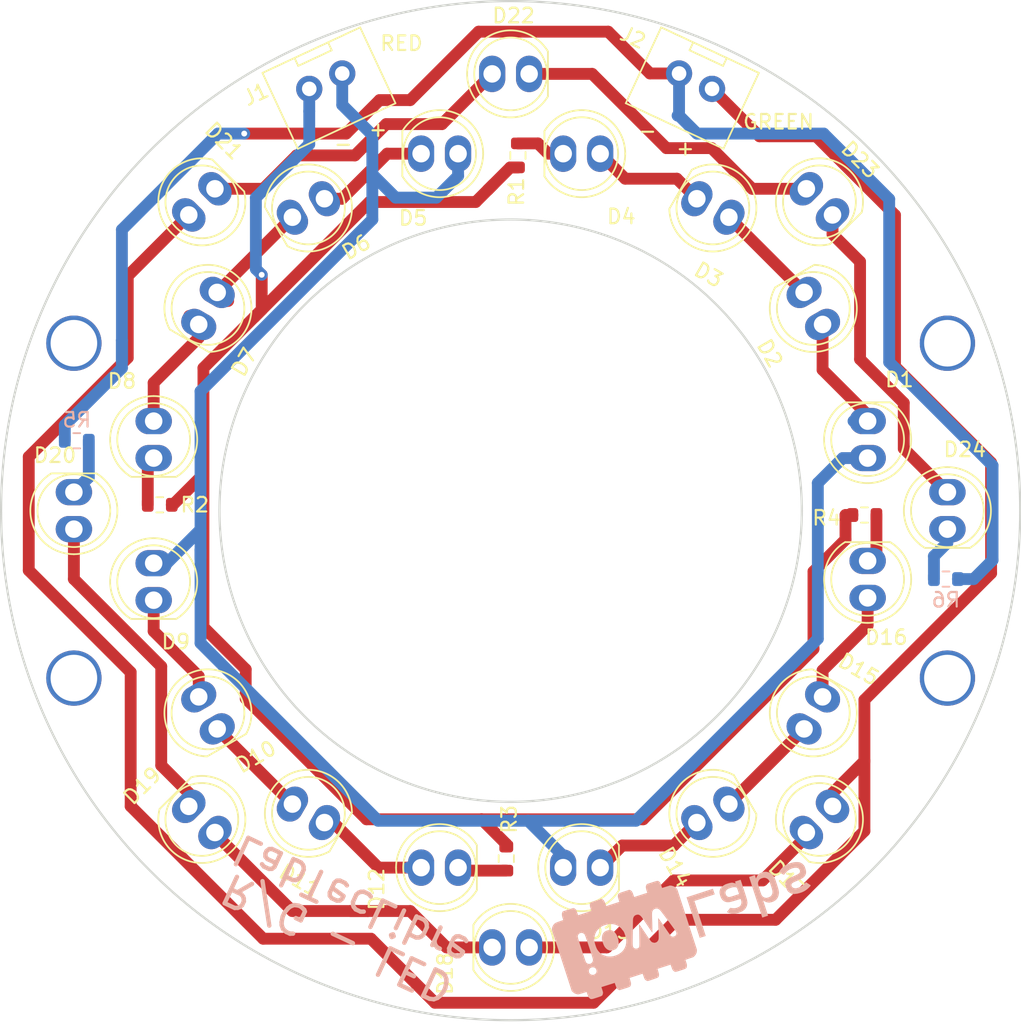
<source format=kicad_pcb>
(kicad_pcb (version 20171130) (host pcbnew "(5.1.9)-1")

  (general
    (thickness 1.6)
    (drawings 12)
    (tracks 214)
    (zones 0)
    (modules 33)
    (nets 29)
  )

  (page A4)
  (layers
    (0 F.Cu signal)
    (31 B.Cu signal)
    (32 B.Adhes user)
    (33 F.Adhes user)
    (34 B.Paste user)
    (35 F.Paste user)
    (36 B.SilkS user)
    (37 F.SilkS user)
    (38 B.Mask user)
    (39 F.Mask user)
    (40 Dwgs.User user)
    (41 Cmts.User user)
    (42 Eco1.User user)
    (43 Eco2.User user)
    (44 Edge.Cuts user)
    (45 Margin user)
    (46 B.CrtYd user)
    (47 F.CrtYd user)
    (48 B.Fab user)
    (49 F.Fab user)
  )

  (setup
    (last_trace_width 2)
    (user_trace_width 0.254)
    (user_trace_width 0.6096)
    (user_trace_width 0.8128)
    (trace_clearance 0.2)
    (zone_clearance 0.508)
    (zone_45_only no)
    (trace_min 0.2)
    (via_size 0.8)
    (via_drill 0.4)
    (via_min_size 0.4)
    (via_min_drill 0.3)
    (uvia_size 0.3)
    (uvia_drill 0.1)
    (uvias_allowed no)
    (uvia_min_size 0.2)
    (uvia_min_drill 0.1)
    (edge_width 0.15)
    (segment_width 0.15)
    (pcb_text_width 0.3)
    (pcb_text_size 1.5 1.5)
    (mod_edge_width 0.15)
    (mod_text_size 1 1)
    (mod_text_width 0.15)
    (pad_size 1.8 1.8)
    (pad_drill 0.9)
    (pad_to_mask_clearance 0.2)
    (aux_axis_origin 0 0)
    (visible_elements 7FFFFFFF)
    (pcbplotparams
      (layerselection 0x010fc_ffffffff)
      (usegerberextensions true)
      (usegerberattributes false)
      (usegerberadvancedattributes false)
      (creategerberjobfile false)
      (excludeedgelayer true)
      (linewidth 0.100000)
      (plotframeref false)
      (viasonmask false)
      (mode 1)
      (useauxorigin false)
      (hpglpennumber 1)
      (hpglpenspeed 20)
      (hpglpendiameter 15.000000)
      (psnegative false)
      (psa4output false)
      (plotreference true)
      (plotvalue false)
      (plotinvisibletext false)
      (padsonsilk false)
      (subtractmaskfromsilk true)
      (outputformat 1)
      (mirror false)
      (drillshape 0)
      (scaleselection 1)
      (outputdirectory ""))
  )

  (net 0 "")
  (net 1 "Net-(D1-Pad1)")
  (net 2 "Net-(D10-Pad1)")
  (net 3 "Net-(D10-Pad2)")
  (net 4 "Net-(D13-Pad1)")
  (net 5 "Net-(D17-Pad1)")
  (net 6 "Net-(D21-Pad1)")
  (net 7 "Net-(D22-Pad1)")
  (net 8 "Net-(D23-Pad1)")
  (net 9 "Net-(D2-Pad1)")
  (net 10 "Net-(D3-Pad1)")
  (net 11 "Net-(D4-Pad1)")
  (net 12 "Net-(D14-Pad1)")
  (net 13 "Net-(D15-Pad1)")
  (net 14 "Net-(D16-Pad1)")
  (net 15 "Net-(D20-Pad1)")
  (net 16 "Net-(D18-Pad1)")
  (net 17 "Net-(D19-Pad1)")
  (net 18 /LED_R+)
  (net 19 "Net-(D5-Pad1)")
  (net 20 "Net-(D6-Pad1)")
  (net 21 "Net-(D7-Pad1)")
  (net 22 "Net-(D8-Pad1)")
  (net 23 "Net-(D11-Pad1)")
  (net 24 "Net-(D12-Pad1)")
  (net 25 /LED_G+)
  (net 26 "Net-(D24-Pad1)")
  (net 27 /LED_R-)
  (net 28 /LED_G-)

  (net_class Default "Esta es la clase de red por defecto."
    (clearance 0.2)
    (trace_width 2)
    (via_dia 0.8)
    (via_drill 0.4)
    (uvia_dia 0.3)
    (uvia_drill 0.1)
    (add_net /LED_G+)
    (add_net /LED_G-)
    (add_net /LED_R+)
    (add_net /LED_R-)
    (add_net "Net-(D1-Pad1)")
    (add_net "Net-(D10-Pad1)")
    (add_net "Net-(D10-Pad2)")
    (add_net "Net-(D11-Pad1)")
    (add_net "Net-(D12-Pad1)")
    (add_net "Net-(D13-Pad1)")
    (add_net "Net-(D14-Pad1)")
    (add_net "Net-(D15-Pad1)")
    (add_net "Net-(D16-Pad1)")
    (add_net "Net-(D17-Pad1)")
    (add_net "Net-(D18-Pad1)")
    (add_net "Net-(D19-Pad1)")
    (add_net "Net-(D2-Pad1)")
    (add_net "Net-(D20-Pad1)")
    (add_net "Net-(D21-Pad1)")
    (add_net "Net-(D22-Pad1)")
    (add_net "Net-(D23-Pad1)")
    (add_net "Net-(D24-Pad1)")
    (add_net "Net-(D3-Pad1)")
    (add_net "Net-(D4-Pad1)")
    (add_net "Net-(D5-Pad1)")
    (add_net "Net-(D6-Pad1)")
    (add_net "Net-(D7-Pad1)")
    (add_net "Net-(D8-Pad1)")
  )

  (module IoWLabsLogos:IoWLabs_logo_12mm (layer B.Cu) (tedit 0) (tstamp 6173BCF0)
    (at 162.1 128.1 18)
    (fp_text reference G*** (at 0 0 198) (layer B.SilkS) hide
      (effects (font (size 1.524 1.524) (thickness 0.3)) (justify mirror))
    )
    (fp_text value LOGO (at 0.75 0 198) (layer B.SilkS) hide
      (effects (font (size 1.524 1.524) (thickness 0.3)) (justify mirror))
    )
    (fp_poly (pts (xy -5.332799 0.413069) (xy -5.259172 0.398929) (xy -5.220045 0.384461) (xy -5.118714 0.32019)
      (xy -5.036641 0.236513) (xy -4.973613 0.132989) (xy -4.929415 0.00918) (xy -4.903836 -0.135356)
      (xy -4.896556 -0.282222) (xy -4.905754 -0.445967) (xy -4.933441 -0.588554) (xy -4.979754 -0.710266)
      (xy -5.044829 -0.811385) (xy -5.128805 -0.892194) (xy -5.219191 -0.947089) (xy -5.278429 -0.966595)
      (xy -5.355001 -0.979356) (xy -5.438703 -0.984802) (xy -5.519331 -0.982362) (xy -5.586679 -0.971465)
      (xy -5.597537 -0.968259) (xy -5.700342 -0.921245) (xy -5.78709 -0.852193) (xy -5.858298 -0.760468)
      (xy -5.914483 -0.645433) (xy -5.94889 -0.53648) (xy -5.960864 -0.466624) (xy -5.967231 -0.378518)
      (xy -5.96827 -0.28011) (xy -5.964261 -0.179347) (xy -5.955483 -0.084178) (xy -5.942215 -0.002552)
      (xy -5.92834 0.048262) (xy -5.873696 0.169795) (xy -5.805306 0.267418) (xy -5.722069 0.342449)
      (xy -5.646172 0.386118) (xy -5.583696 0.405455) (xy -5.504409 0.416368) (xy -5.417661 0.418894)
      (xy -5.332799 0.413069)) (layer B.SilkS) (width 0.01))
    (fp_poly (pts (xy 0.889 -1.072444) (xy 2.356555 -1.072444) (xy 2.356555 -1.467555) (xy 0.465666 -1.467555)
      (xy 0.465666 1.453445) (xy 0.889 1.453445) (xy 0.889 -1.072444)) (layer B.SilkS) (width 0.01))
    (fp_poly (pts (xy 8.205229 0.634188) (xy 8.336116 0.609499) (xy 8.467303 0.570178) (xy 8.483922 0.564259)
      (xy 8.538413 0.542426) (xy 8.599537 0.514584) (xy 8.661996 0.483581) (xy 8.720493 0.452267)
      (xy 8.769732 0.423491) (xy 8.804417 0.400101) (xy 8.81925 0.384947) (xy 8.819444 0.383788)
      (xy 8.810698 0.368432) (xy 8.786226 0.335019) (xy 8.748676 0.286914) (xy 8.700699 0.22748)
      (xy 8.644943 0.160081) (xy 8.618285 0.128362) (xy 8.579404 0.082323) (xy 8.489638 0.132523)
      (xy 8.434073 0.160479) (xy 8.36389 0.191421) (xy 8.291437 0.220007) (xy 8.267464 0.228595)
      (xy 8.206657 0.248768) (xy 8.157151 0.262028) (xy 8.109516 0.269817) (xy 8.054323 0.273581)
      (xy 7.982142 0.274764) (xy 7.965722 0.274817) (xy 7.892512 0.274545) (xy 7.840175 0.272563)
      (xy 7.801366 0.267657) (xy 7.76874 0.258613) (xy 7.734953 0.244218) (xy 7.711722 0.232834)
      (xy 7.638423 0.184325) (xy 7.58682 0.124775) (xy 7.558647 0.0578) (xy 7.555641 -0.012987)
      (xy 7.569589 -0.06323) (xy 7.588554 -0.097726) (xy 7.615793 -0.125998) (xy 7.654347 -0.148978)
      (xy 7.70726 -0.167595) (xy 7.777574 -0.182781) (xy 7.868331 -0.195464) (xy 7.982575 -0.206578)
      (xy 8.057444 -0.212425) (xy 8.204601 -0.225563) (xy 8.327248 -0.242175) (xy 8.429 -0.26338)
      (xy 8.513473 -0.290294) (xy 8.584279 -0.324033) (xy 8.645034 -0.365715) (xy 8.69165 -0.408407)
      (xy 8.741899 -0.465992) (xy 8.778363 -0.524094) (xy 8.802952 -0.588682) (xy 8.817574 -0.665723)
      (xy 8.824137 -0.761187) (xy 8.825003 -0.8255) (xy 8.824327 -0.906078) (xy 8.821727 -0.965533)
      (xy 8.816348 -1.010947) (xy 8.807331 -1.049397) (xy 8.793821 -1.087964) (xy 8.792976 -1.090112)
      (xy 8.738575 -1.196478) (xy 8.665492 -1.285943) (xy 8.572836 -1.358921) (xy 8.459717 -1.415824)
      (xy 8.325244 -1.457062) (xy 8.168527 -1.48305) (xy 7.988675 -1.494198) (xy 7.91884 -1.494663)
      (xy 7.82391 -1.492469) (xy 7.74674 -1.486455) (xy 7.676993 -1.475473) (xy 7.612944 -1.460627)
      (xy 7.515244 -1.433979) (xy 7.437547 -1.409304) (xy 7.372053 -1.383726) (xy 7.310964 -1.354368)
      (xy 7.281452 -1.338389) (xy 7.228772 -1.306998) (xy 7.175017 -1.271625) (xy 7.125562 -1.236237)
      (xy 7.08578 -1.204797) (xy 7.061042 -1.18127) (xy 7.055555 -1.171703) (xy 7.063839 -1.157316)
      (xy 7.085991 -1.126311) (xy 7.117966 -1.083878) (xy 7.155718 -1.035204) (xy 7.195199 -0.985479)
      (xy 7.232364 -0.93989) (xy 7.263166 -0.903628) (xy 7.27396 -0.891641) (xy 7.286441 -0.885417)
      (xy 7.306925 -0.889617) (xy 7.340063 -0.90616) (xy 7.390508 -0.936966) (xy 7.402667 -0.944741)
      (xy 7.558649 -1.030807) (xy 7.715926 -1.089714) (xy 7.87336 -1.121138) (xy 8.029816 -1.124757)
      (xy 8.035395 -1.124366) (xy 8.158451 -1.108517) (xy 8.256769 -1.080676) (xy 8.331294 -1.040549)
      (xy 8.347642 -1.02741) (xy 8.399463 -0.972023) (xy 8.428199 -0.913251) (xy 8.43827 -0.841391)
      (xy 8.438444 -0.828103) (xy 8.432961 -0.770414) (xy 8.415001 -0.722479) (xy 8.382301 -0.683185)
      (xy 8.332597 -0.65142) (xy 8.263624 -0.626068) (xy 8.173118 -0.606017) (xy 8.058815 -0.590154)
      (xy 7.930444 -0.578281) (xy 7.778563 -0.564396) (xy 7.651764 -0.5477) (xy 7.546962 -0.527143)
      (xy 7.461072 -0.501677) (xy 7.391008 -0.470251) (xy 7.333686 -0.431818) (xy 7.286021 -0.385327)
      (xy 7.258364 -0.349735) (xy 7.226535 -0.301724) (xy 7.204011 -0.258414) (xy 7.189247 -0.213243)
      (xy 7.180698 -0.159644) (xy 7.176819 -0.091054) (xy 7.176066 -0.000907) (xy 7.176069 0)
      (xy 7.179019 0.108491) (xy 7.188427 0.195283) (xy 7.206215 0.266533) (xy 7.234309 0.328399)
      (xy 7.274633 0.387038) (xy 7.309809 0.42798) (xy 7.384748 0.498032) (xy 7.469242 0.552824)
      (xy 7.567031 0.593709) (xy 7.681852 0.622036) (xy 7.817447 0.639158) (xy 7.909278 0.644572)
      (xy 8.065873 0.645471) (xy 8.205229 0.634188)) (layer B.SilkS) (width 0.01))
    (fp_poly (pts (xy 5.390444 0.348147) (xy 5.439888 0.41161) (xy 5.527349 0.501575) (xy 5.632481 0.572243)
      (xy 5.750173 0.620977) (xy 5.875314 0.645141) (xy 5.895183 0.646525) (xy 6.042197 0.642621)
      (xy 6.174989 0.614981) (xy 6.292734 0.564053) (xy 6.39461 0.490287) (xy 6.479795 0.394131)
      (xy 6.538205 0.295659) (xy 6.563264 0.24166) (xy 6.583505 0.19007) (xy 6.599427 0.137059)
      (xy 6.61153 0.078799) (xy 6.620311 0.011464) (xy 6.626272 -0.068775) (xy 6.629911 -0.165745)
      (xy 6.631728 -0.283275) (xy 6.632222 -0.424998) (xy 6.631889 -0.554332) (xy 6.630784 -0.659105)
      (xy 6.628743 -0.742974) (xy 6.625605 -0.809593) (xy 6.621207 -0.862618) (xy 6.615387 -0.905704)
      (xy 6.60957 -0.935603) (xy 6.565225 -1.078782) (xy 6.501043 -1.202276) (xy 6.4181 -1.305229)
      (xy 6.317475 -1.386781) (xy 6.200248 -1.446075) (xy 6.067496 -1.482252) (xy 5.920299 -1.494456)
      (xy 5.907101 -1.49436) (xy 5.847509 -1.491816) (xy 5.791197 -1.486579) (xy 5.753748 -1.480457)
      (xy 5.650624 -1.443346) (xy 5.552143 -1.384275) (xy 5.467206 -1.309186) (xy 5.430677 -1.26486)
      (xy 5.390444 -1.209321) (xy 5.390444 -1.467555) (xy 4.981222 -1.467555) (xy 4.981222 -0.298907)
      (xy 5.392161 -0.298907) (xy 5.392498 -0.398141) (xy 5.394036 -0.49966) (xy 5.396695 -0.598628)
      (xy 5.400393 -0.690207) (xy 5.405048 -0.769563) (xy 5.410578 -0.831857) (xy 5.416901 -0.872253)
      (xy 5.418982 -0.879496) (xy 5.445519 -0.931186) (xy 5.486866 -0.987449) (xy 5.534935 -1.038802)
      (xy 5.581641 -1.075758) (xy 5.590694 -1.080893) (xy 5.6767 -1.111419) (xy 5.774937 -1.123579)
      (xy 5.876292 -1.117477) (xy 5.971656 -1.093216) (xy 6.010727 -1.076128) (xy 6.093088 -1.018747)
      (xy 6.157305 -0.941377) (xy 6.200095 -0.848021) (xy 6.201471 -0.843482) (xy 6.209638 -0.799827)
      (xy 6.216044 -0.733397) (xy 6.220691 -0.649585) (xy 6.223583 -0.553785) (xy 6.224723 -0.451389)
      (xy 6.224116 -0.34779) (xy 6.221763 -0.24838) (xy 6.217669 -0.158552) (xy 6.211836 -0.083699)
      (xy 6.204269 -0.029214) (xy 6.200958 -0.015036) (xy 6.160054 0.084677) (xy 6.099132 0.165365)
      (xy 6.019297 0.225641) (xy 6.001705 0.234856) (xy 5.954961 0.255761) (xy 5.91321 0.267981)
      (xy 5.865455 0.273707) (xy 5.800699 0.275133) (xy 5.799666 0.275132) (xy 5.735359 0.273799)
      (xy 5.688182 0.26832) (xy 5.647106 0.256415) (xy 5.601101 0.235801) (xy 5.595055 0.232799)
      (xy 5.51298 0.177022) (xy 5.451834 0.102449) (xy 5.412143 0.00978) (xy 5.404475 -0.021554)
      (xy 5.399184 -0.063282) (xy 5.395423 -0.126641) (xy 5.393109 -0.206795) (xy 5.392161 -0.298907)
      (xy 4.981222 -0.298907) (xy 4.981222 1.453445) (xy 5.390444 1.453445) (xy 5.390444 0.348147)) (layer B.SilkS) (width 0.01))
    (fp_poly (pts (xy 3.702782 0.638686) (xy 3.853274 0.607646) (xy 3.985598 0.556348) (xy 4.099044 0.485146)
      (xy 4.1929 0.394396) (xy 4.266458 0.284452) (xy 4.267308 0.28284) (xy 4.286649 0.244855)
      (xy 4.303112 0.208572) (xy 4.316929 0.171431) (xy 4.328331 0.130871) (xy 4.337548 0.084331)
      (xy 4.34481 0.029253) (xy 4.35035 -0.036926) (xy 4.354397 -0.116765) (xy 4.357183 -0.212825)
      (xy 4.358938 -0.327665) (xy 4.359892 -0.463847) (xy 4.360278 -0.623931) (xy 4.360333 -0.74913)
      (xy 4.360333 -1.467555) (xy 3.965222 -1.467555) (xy 3.965222 -1.325976) (xy 3.894426 -1.374675)
      (xy 3.822026 -1.419699) (xy 3.751848 -1.451569) (xy 3.676269 -1.472425) (xy 3.587667 -1.484407)
      (xy 3.485444 -1.489498) (xy 3.414457 -1.490648) (xy 3.350985 -1.490692) (xy 3.301887 -1.489691)
      (xy 3.274023 -1.487703) (xy 3.273778 -1.487661) (xy 3.151058 -1.462759) (xy 3.051318 -1.432967)
      (xy 2.969431 -1.395968) (xy 2.900271 -1.349445) (xy 2.838713 -1.291084) (xy 2.838672 -1.291039)
      (xy 2.784249 -1.223119) (xy 2.745277 -1.152618) (xy 2.719352 -1.072797) (xy 2.704071 -0.976918)
      (xy 2.698479 -0.897949) (xy 2.699377 -0.826237) (xy 3.077259 -0.826237) (xy 3.084035 -0.918644)
      (xy 3.091973 -0.9525) (xy 3.123052 -1.015989) (xy 3.176113 -1.072214) (xy 3.244962 -1.115532)
      (xy 3.289571 -1.132485) (xy 3.348399 -1.144207) (xy 3.426214 -1.151977) (xy 3.514036 -1.15562)
      (xy 3.602883 -1.154963) (xy 3.683776 -1.149832) (xy 3.742277 -1.141261) (xy 3.797005 -1.126646)
      (xy 3.849759 -1.107832) (xy 3.869039 -1.099116) (xy 3.9029 -1.080485) (xy 3.927732 -1.060869)
      (xy 3.944929 -1.035749) (xy 3.955883 -1.000606) (xy 3.961988 -0.950923) (xy 3.964637 -0.882181)
      (xy 3.965222 -0.789861) (xy 3.965222 -0.564444) (xy 3.638776 -0.564444) (xy 3.509214 -0.5653)
      (xy 3.40427 -0.567838) (xy 3.324955 -0.572013) (xy 3.272282 -0.57778) (xy 3.255777 -0.581387)
      (xy 3.183529 -0.616579) (xy 3.128618 -0.671552) (xy 3.092657 -0.742656) (xy 3.077259 -0.826237)
      (xy 2.699377 -0.826237) (xy 2.700298 -0.752716) (xy 2.720492 -0.627888) (xy 2.759753 -0.521872)
      (xy 2.818775 -0.433077) (xy 2.89825 -0.359911) (xy 2.946308 -0.328437) (xy 2.992189 -0.303319)
      (xy 3.037647 -0.28309) (xy 3.086527 -0.267151) (xy 3.142675 -0.254902) (xy 3.209936 -0.245745)
      (xy 3.292156 -0.239078) (xy 3.393179 -0.234302) (xy 3.516851 -0.230819) (xy 3.580694 -0.229517)
      (xy 3.965222 -0.222302) (xy 3.965222 -0.134879) (xy 3.954027 -0.019894) (xy 3.92069 0.078921)
      (xy 3.872301 0.152798) (xy 3.822145 0.203973) (xy 3.769685 0.239516) (xy 3.708046 0.262239)
      (xy 3.630353 0.274957) (xy 3.562885 0.279407) (xy 3.491971 0.281264) (xy 3.438319 0.27914)
      (xy 3.391092 0.271679) (xy 3.339453 0.257523) (xy 3.308885 0.247609) (xy 3.248663 0.225512)
      (xy 3.19213 0.201311) (xy 3.150005 0.179658) (xy 3.144791 0.176397) (xy 3.093415 0.142751)
      (xy 2.947235 0.241902) (xy 2.891176 0.280068) (xy 2.844075 0.312407) (xy 2.810601 0.335691)
      (xy 2.795427 0.346695) (xy 2.79512 0.346971) (xy 2.798948 0.361323) (xy 2.821707 0.387499)
      (xy 2.859024 0.421403) (xy 2.906527 0.458938) (xy 2.940335 0.483028) (xy 3.077098 0.559351)
      (xy 3.229568 0.612475) (xy 3.39714 0.64223) (xy 3.534833 0.649112) (xy 3.702782 0.638686)) (layer B.SilkS) (width 0.01))
    (fp_poly (pts (xy -1.347717 3.174745) (xy -1.253767 3.173289) (xy -1.18093 3.1696) (xy -1.125651 3.162644)
      (xy -1.084376 3.151388) (xy -1.053551 3.1348) (xy -1.029621 3.111846) (xy -1.009032 3.081492)
      (xy -0.98823 3.042707) (xy -0.98425 3.034872) (xy -0.968342 3.001732) (xy -0.957493 2.972013)
      (xy -0.950742 2.939179) (xy -0.947126 2.896695) (xy -0.945682 2.838026) (xy -0.945445 2.771325)
      (xy -0.945445 2.584377) (xy -0.652268 2.579828) (xy -0.359091 2.575278) (xy -0.265132 2.528986)
      (xy -0.166698 2.466033) (xy -0.084537 2.384003) (xy -0.023471 2.287992) (xy -0.011342 2.260624)
      (xy 0.021166 2.180167) (xy 0.021166 -2.194277) (xy -0.023301 -2.288134) (xy -0.086026 -2.391928)
      (xy -0.1668 -2.474705) (xy -0.268226 -2.539061) (xy -0.280088 -2.544813) (xy -0.373945 -2.589173)
      (xy -0.942859 -2.599299) (xy -0.94768 -2.798955) (xy -0.949938 -2.879049) (xy -0.952853 -2.936827)
      (xy -0.957383 -2.978193) (xy -0.96449 -3.009052) (xy -0.975133 -3.035307) (xy -0.990273 -3.062863)
      (xy -0.990728 -3.063637) (xy -1.009672 -3.095368) (xy -1.027253 -3.120416) (xy -1.046913 -3.139571)
      (xy -1.072091 -3.153623) (xy -1.106231 -3.163362) (xy -1.152773 -3.169578) (xy -1.215159 -3.173062)
      (xy -1.29683 -3.174603) (xy -1.401229 -3.174991) (xy -1.475775 -3.175) (xy -1.851876 -3.175)
      (xy -1.905182 -3.121694) (xy -1.94466 -3.073271) (xy -1.972969 -3.015808) (xy -1.991395 -2.944542)
      (xy -2.001223 -2.854707) (xy -2.003778 -2.756161) (xy -2.003778 -2.596444) (xy -2.960131 -2.596444)
      (xy -2.966009 -2.790472) (xy -2.970833 -2.889649) (xy -2.979609 -2.965935) (xy -2.994005 -3.024565)
      (xy -3.015689 -3.07078) (xy -3.04633 -3.109814) (xy -3.076686 -3.137947) (xy -3.120721 -3.175)
      (xy -3.490055 -3.174947) (xy -3.611704 -3.174732) (xy -3.708499 -3.17357) (xy -3.783811 -3.170621)
      (xy -3.841007 -3.165048) (xy -3.883457 -3.156015) (xy -3.91453 -3.142683) (xy -3.937595 -3.124214)
      (xy -3.95602 -3.099772) (xy -3.973174 -3.068518) (xy -3.980935 -3.052906) (xy -3.9949 -3.021521)
      (xy -4.004699 -2.989624) (xy -4.011245 -2.950957) (xy -4.01545 -2.899262) (xy -4.018228 -2.828281)
      (xy -4.019206 -2.790472) (xy -4.0238 -2.596444) (xy -4.97722 -2.596444) (xy -4.984444 -2.785758)
      (xy -4.990821 -2.890061) (xy -5.002016 -2.971224) (xy -5.019577 -3.034137) (xy -5.045049 -3.083692)
      (xy -5.079981 -3.124782) (xy -5.096293 -3.139392) (xy -5.13861 -3.175) (xy -5.516624 -3.175)
      (xy -5.637453 -3.174912) (xy -5.733438 -3.174039) (xy -5.807955 -3.171462) (xy -5.864382 -3.166263)
      (xy -5.906098 -3.157525) (xy -5.936478 -3.14433) (xy -5.9589 -3.12576) (xy -5.976743 -3.100899)
      (xy -5.993382 -3.068827) (xy -6.005908 -3.042057) (xy -6.019826 -3.009337) (xy -6.029278 -2.9774)
      (xy -6.035111 -2.93971) (xy -6.038173 -2.889728) (xy -6.03931 -2.820916) (xy -6.039418 -2.783416)
      (xy -6.039556 -2.596444) (xy -7.010576 -2.596444) (xy -7.015427 -2.797527) (xy -7.017685 -2.877914)
      (xy -7.020579 -2.93595) (xy -7.025061 -2.977504) (xy -7.032079 -3.008446) (xy -7.042585 -3.034645)
      (xy -7.057528 -3.061971) (xy -7.058505 -3.063637) (xy -7.07745 -3.095368) (xy -7.095031 -3.120416)
      (xy -7.114691 -3.139571) (xy -7.139869 -3.153623) (xy -7.174009 -3.163362) (xy -7.220551 -3.169578)
      (xy -7.282937 -3.173062) (xy -7.364608 -3.174603) (xy -7.469006 -3.174991) (xy -7.543553 -3.175)
      (xy -7.919654 -3.175) (xy -7.972959 -3.121694) (xy -8.012637 -3.072927) (xy -8.04104 -3.014943)
      (xy -8.059456 -2.942986) (xy -8.069173 -2.852299) (xy -8.071556 -2.757633) (xy -8.071556 -2.599389)
      (xy -8.35025 -2.593364) (xy -8.448937 -2.590927) (xy -8.524307 -2.588115) (xy -8.581263 -2.584414)
      (xy -8.624711 -2.579308) (xy -8.659554 -2.572284) (xy -8.690697 -2.562826) (xy -8.710036 -2.555618)
      (xy -8.796991 -2.508941) (xy -8.878993 -2.441772) (xy -8.947851 -2.361652) (xy -8.982361 -2.304863)
      (xy -9.024056 -2.2225) (xy -9.024056 -0.283975) (xy -7.507033 -0.283975) (xy -7.507025 -0.470361)
      (xy -7.506852 -0.630696) (xy -7.506341 -0.767151) (xy -7.505322 -0.881899) (xy -7.503623 -0.977109)
      (xy -7.501071 -1.054954) (xy -7.497497 -1.117605) (xy -7.492729 -1.167232) (xy -7.486594 -1.206009)
      (xy -7.478921 -1.236105) (xy -7.46954 -1.259693) (xy -7.458278 -1.278943) (xy -7.444965 -1.296027)
      (xy -7.429428 -1.313116) (xy -7.425424 -1.317379) (xy -7.361263 -1.366165) (xy -7.28523 -1.392774)
      (xy -7.204697 -1.395673) (xy -7.136241 -1.377515) (xy -7.08259 -1.343272) (xy -7.031501 -1.291714)
      (xy -6.992349 -1.232916) (xy -6.983613 -1.213555) (xy -6.979458 -1.188943) (xy -6.975602 -1.139152)
      (xy -6.972066 -1.067227) (xy -6.968868 -0.97621) (xy -6.96603 -0.869145) (xy -6.96357 -0.749073)
      (xy -6.961509 -0.619038) (xy -6.959867 -0.482084) (xy -6.958663 -0.341253) (xy -6.958353 -0.282222)
      (xy -6.512278 -0.282222) (xy -6.510628 -0.399927) (xy -6.504757 -0.496579) (xy -6.493287 -0.5792)
      (xy -6.474838 -0.654817) (xy -6.44803 -0.730453) (xy -6.411484 -0.813132) (xy -6.405593 -0.8255)
      (xy -6.323724 -0.96756) (xy -6.224523 -1.089499) (xy -6.141746 -1.16478) (xy -6.028085 -1.241286)
      (xy -5.896473 -1.306813) (xy -5.756314 -1.357316) (xy -5.623278 -1.387779) (xy -5.571924 -1.39208)
      (xy -5.500579 -1.392984) (xy -5.417213 -1.390912) (xy -5.329797 -1.38629) (xy -5.246301 -1.379539)
      (xy -5.174698 -1.371083) (xy -5.122956 -1.361346) (xy -5.122334 -1.361182) (xy -4.956987 -1.30408)
      (xy -4.809675 -1.225357) (xy -4.680866 -1.125474) (xy -4.571023 -1.004896) (xy -4.480613 -0.864087)
      (xy -4.410101 -0.70351) (xy -4.385854 -0.627944) (xy -4.373176 -0.580381) (xy -4.364221 -0.535528)
      (xy -4.358373 -0.486845) (xy -4.355015 -0.42779) (xy -4.353532 -0.351822) (xy -4.353278 -0.282222)
      (xy -4.353782 -0.189921) (xy -4.355706 -0.119298) (xy -4.359667 -0.063821) (xy -4.366281 -0.016956)
      (xy -4.376165 0.02783) (xy -4.385901 0.063312) (xy -4.447804 0.232452) (xy -4.529492 0.381608)
      (xy -4.63035 0.510299) (xy -4.72457 0.595313) (xy -4.089383 0.595313) (xy -4.087405 0.571804)
      (xy -4.08221 0.542064) (xy -4.073056 0.503556) (xy -4.059198 0.453746) (xy -4.039894 0.390096)
      (xy -4.0144 0.310071) (xy -3.981974 0.211135) (xy -3.941873 0.090752) (xy -3.893352 -0.053614)
      (xy -3.89002 -0.0635) (xy -3.82293 -0.262441) (xy -3.764175 -0.436428) (xy -3.71312 -0.587263)
      (xy -3.669129 -0.71675) (xy -3.631568 -0.826691) (xy -3.5998 -0.918891) (xy -3.573189 -0.995152)
      (xy -3.551101 -1.057277) (xy -3.5329 -1.107071) (xy -3.51795 -1.146336) (xy -3.505616 -1.176876)
      (xy -3.495262 -1.200494) (xy -3.486253 -1.218994) (xy -3.477952 -1.234178) (xy -3.476677 -1.23637)
      (xy -3.427095 -1.302103) (xy -3.366458 -1.353526) (xy -3.306446 -1.38265) (xy -3.244282 -1.393456)
      (xy -3.172701 -1.39454) (xy -3.107095 -1.386022) (xy -3.088912 -1.380968) (xy -3.027949 -1.350112)
      (xy -2.975258 -1.299729) (xy -2.928802 -1.227147) (xy -2.886547 -1.129696) (xy -2.876953 -1.10274)
      (xy -2.867297 -1.072324) (xy -2.850966 -1.018155) (xy -2.828954 -0.943639) (xy -2.802254 -0.852183)
      (xy -2.771859 -0.747196) (xy -2.738762 -0.632083) (xy -2.703958 -0.510252) (xy -2.693677 -0.474117)
      (xy -2.659386 -0.353856) (xy -2.62722 -0.241777) (xy -2.598046 -0.140855) (xy -2.572735 -0.054064)
      (xy -2.552155 0.015621) (xy -2.537177 0.065225) (xy -2.52867 0.091773) (xy -2.527315 0.095196)
      (xy -2.52156 0.085733) (xy -2.508824 0.051723) (xy -2.489921 -0.004258) (xy -2.465669 -0.079634)
      (xy -2.436885 -0.171827) (xy -2.404384 -0.278262) (xy -2.368983 -0.396363) (xy -2.335001 -0.511581)
      (xy -2.29645 -0.642237) (xy -2.259045 -0.767047) (xy -2.223767 -0.882869) (xy -2.1916 -0.986563)
      (xy -2.163526 -1.074986) (xy -2.140527 -1.144999) (xy -2.123586 -1.193458) (xy -2.115263 -1.214162)
      (xy -2.065515 -1.294958) (xy -2.003084 -1.351316) (xy -1.925608 -1.384694) (xy -1.830729 -1.396552)
      (xy -1.820334 -1.396611) (xy -1.733285 -1.38365) (xy -1.657587 -1.345282) (xy -1.592954 -1.281265)
      (xy -1.539105 -1.191358) (xy -1.516365 -1.137234) (xy -1.487373 -1.058293) (xy -1.453134 -0.962523)
      (xy -1.414589 -0.852754) (xy -1.372681 -0.731818) (xy -1.328353 -0.602548) (xy -1.282547 -0.467776)
      (xy -1.236206 -0.330333) (xy -1.190273 -0.193052) (xy -1.145689 -0.058764) (xy -1.103399 0.069698)
      (xy -1.064344 0.189503) (xy -1.029466 0.297819) (xy -0.999709 0.391813) (xy -0.976016 0.468654)
      (xy -0.959327 0.52551) (xy -0.950588 0.559548) (xy -0.949568 0.565677) (xy -0.953108 0.650831)
      (xy -0.980031 0.721626) (xy -1.028218 0.775787) (xy -1.095551 0.811044) (xy -1.179911 0.825123)
      (xy -1.191647 0.82528) (xy -1.269548 0.816423) (xy -1.328949 0.788481) (xy -1.374356 0.738714)
      (xy -1.394584 0.70193) (xy -1.404044 0.676807) (xy -1.420483 0.627427) (xy -1.443025 0.556636)
      (xy -1.470795 0.467285) (xy -1.502915 0.362222) (xy -1.538511 0.244296) (xy -1.576705 0.116354)
      (xy -1.616621 -0.018753) (xy -1.624845 -0.046762) (xy -1.676759 -0.222616) (xy -1.721379 -0.371314)
      (xy -1.758737 -0.492953) (xy -1.788865 -0.587633) (xy -1.811793 -0.655451) (xy -1.827555 -0.696505)
      (xy -1.83618 -0.710895) (xy -1.837399 -0.709984) (xy -1.843446 -0.69117) (xy -1.856284 -0.648232)
      (xy -1.875033 -0.584205) (xy -1.898816 -0.502125) (xy -1.926754 -0.405028) (xy -1.957969 -0.29595)
      (xy -1.991583 -0.177926) (xy -2.004038 -0.134055) (xy -2.051716 0.033747) (xy -2.092566 0.176628)
      (xy -2.127367 0.296849) (xy -2.156896 0.396665) (xy -2.18193 0.478337) (xy -2.203248 0.544123)
      (xy -2.221627 0.59628) (xy -2.237845 0.637067) (xy -2.252679 0.668742) (xy -2.266906 0.693564)
      (xy -2.281306 0.713792) (xy -2.296654 0.731683) (xy -2.305297 0.740842) (xy -2.376702 0.796501)
      (xy -2.456632 0.827055) (xy -2.540793 0.832543) (xy -2.62489 0.813003) (xy -2.704629 0.768475)
      (xy -2.741454 0.736919) (xy -2.754929 0.723413) (xy -2.767112 0.709447) (xy -2.778734 0.692854)
      (xy -2.790527 0.67147) (xy -2.80322 0.643129) (xy -2.817545 0.605665) (xy -2.834232 0.556913)
      (xy -2.854012 0.494709) (xy -2.877617 0.416885) (xy -2.905776 0.321278) (xy -2.93922 0.205722)
      (xy -2.978681 0.06805) (xy -3.024888 -0.093901) (xy -3.041436 -0.151969) (xy -3.076485 -0.274594)
      (xy -3.109181 -0.388264) (xy -3.138719 -0.490229) (xy -3.164291 -0.577737) (xy -3.185092 -0.648036)
      (xy -3.200313 -0.698375) (xy -3.20915 -0.726003) (xy -3.211064 -0.730525) (xy -3.215622 -0.716637)
      (xy -3.227285 -0.678262) (xy -3.245279 -0.618011) (xy -3.268835 -0.538499) (xy -3.297179 -0.442337)
      (xy -3.329541 -0.332139) (xy -3.365148 -0.210518) (xy -3.403229 -0.080087) (xy -3.408065 -0.0635)
      (xy -3.458818 0.109817) (xy -3.502794 0.257969) (xy -3.540722 0.382997) (xy -3.573332 0.486941)
      (xy -3.601351 0.571843) (xy -3.625507 0.639744) (xy -3.64653 0.692685) (xy -3.665148 0.732707)
      (xy -3.682089 0.76185) (xy -3.698083 0.782156) (xy -3.713856 0.795665) (xy -3.715024 0.796444)
      (xy -3.776931 0.822022) (xy -3.849881 0.829322) (xy -3.923098 0.817964) (xy -3.956895 0.804949)
      (xy -4.024001 0.760597) (xy -4.066863 0.70298) (xy -4.087472 0.629234) (xy -4.088887 0.615127)
      (xy -4.089383 0.595313) (xy -4.72457 0.595313) (xy -4.749763 0.618044) (xy -4.887116 0.704362)
      (xy -5.041794 0.768773) (xy -5.213183 0.810794) (xy -5.363297 0.828055) (xy -5.547284 0.827084)
      (xy -5.721033 0.800837) (xy -5.883238 0.749769) (xy -6.032599 0.674338) (xy -6.167811 0.575001)
      (xy -6.217905 0.528415) (xy -6.275441 0.46894) (xy -6.318071 0.417765) (xy -6.35272 0.365303)
      (xy -6.386308 0.301965) (xy -6.396324 0.28127) (xy -6.43715 0.191523) (xy -6.467362 0.112698)
      (xy -6.488461 0.037492) (xy -6.501951 -0.041397) (xy -6.509335 -0.131271) (xy -6.512115 -0.239432)
      (xy -6.512278 -0.282222) (xy -6.958353 -0.282222) (xy -6.957917 -0.199588) (xy -6.957649 -0.060132)
      (xy -6.957879 0.074072) (xy -6.958627 0.199981) (xy -6.959912 0.314551) (xy -6.961754 0.41474)
      (xy -6.964174 0.497506) (xy -6.967191 0.559804) (xy -6.970825 0.598592) (xy -6.971763 0.603934)
      (xy -7.000604 0.68395) (xy -7.047703 0.748003) (xy -7.108419 0.794602) (xy -7.178113 0.822259)
      (xy -7.252143 0.829485) (xy -7.32587 0.814789) (xy -7.394653 0.776682) (xy -7.424816 0.749359)
      (xy -7.45855 0.706315) (xy -7.484666 0.659576) (xy -7.491765 0.640315) (xy -7.495471 0.611957)
      (xy -7.498666 0.555484) (xy -7.501348 0.470999) (xy -7.503516 0.358604) (xy -7.505167 0.218403)
      (xy -7.5063 0.050497) (xy -7.506914 -0.145011) (xy -7.507033 -0.283975) (xy -9.024056 -0.283975)
      (xy -9.024056 1.350221) (xy -7.506801 1.350221) (xy -7.493826 1.266883) (xy -7.458354 1.196484)
      (xy -7.404171 1.141673) (xy -7.33506 1.105099) (xy -7.254806 1.089411) (xy -7.167192 1.097258)
      (xy -7.151244 1.101288) (xy -7.083244 1.132944) (xy -7.02366 1.183958) (xy -6.98927 1.232876)
      (xy -6.973053 1.284753) (xy -6.967051 1.349877) (xy -6.971307 1.415613) (xy -6.985864 1.469323)
      (xy -6.988436 1.474612) (xy -7.038542 1.542202) (xy -7.104873 1.590097) (xy -7.181746 1.616358)
      (xy -7.263476 1.619049) (xy -7.344379 1.596235) (xy -7.344834 1.596026) (xy -7.420808 1.547534)
      (xy -7.473454 1.483877) (xy -7.501824 1.406492) (xy -7.506801 1.350221) (xy -9.024056 1.350221)
      (xy -9.024056 2.208389) (xy -8.98278 2.292455) (xy -8.918529 2.392113) (xy -8.833076 2.47572)
      (xy -8.737837 2.535467) (xy -8.70985 2.548713) (xy -8.684511 2.55868) (xy -8.657206 2.565917)
      (xy -8.623316 2.570975) (xy -8.578226 2.574405) (xy -8.517318 2.576757) (xy -8.435976 2.578582)
      (xy -8.365929 2.579815) (xy -8.074692 2.584758) (xy -8.069158 2.777574) (xy -8.06656 2.856165)
      (xy -8.063279 2.912891) (xy -8.058195 2.954101) (xy -8.05019 2.986149) (xy -8.038144 3.015385)
      (xy -8.021729 3.046724) (xy -8.000733 3.083473) (xy -7.980348 3.112437) (xy -7.957055 3.134543)
      (xy -7.927334 3.150716) (xy -7.887665 3.161882) (xy -7.834528 3.168967) (xy -7.764403 3.172897)
      (xy -7.673771 3.174598) (xy -7.559111 3.174996) (xy -7.534113 3.175) (xy -7.415495 3.174745)
      (xy -7.321545 3.173289) (xy -7.248708 3.1696) (xy -7.193429 3.162644) (xy -7.152154 3.151388)
      (xy -7.121329 3.1348) (xy -7.097399 3.111846) (xy -7.07681 3.081492) (xy -7.056008 3.042707)
      (xy -7.052028 3.034872) (xy -7.036168 3.001849) (xy -7.025335 2.972238) (xy -7.018576 2.939541)
      (xy -7.01494 2.897262) (xy -7.013474 2.838903) (xy -7.013222 2.770118) (xy -7.013222 2.581963)
      (xy -6.529917 2.585676) (xy -6.046611 2.589389) (xy -6.039519 2.794) (xy -6.035501 2.885572)
      (xy -6.029628 2.954409) (xy -6.020271 3.005996) (xy -6.005802 3.04582) (xy -5.984595 3.079366)
      (xy -5.955021 3.112122) (xy -5.941136 3.125612) (xy -5.896642 3.167945) (xy -5.534182 3.171889)
      (xy -5.412138 3.173012) (xy -5.314896 3.172842) (xy -5.239039 3.170501) (xy -5.181148 3.165108)
      (xy -5.137808 3.155784) (xy -5.105599 3.141649) (xy -5.081106 3.121824) (xy -5.060911 3.095429)
      (xy -5.041596 3.061583) (xy -5.031689 3.04254) (xy -5.014727 3.007699) (xy -5.002872 2.976019)
      (xy -4.994957 2.940897) (xy -4.989818 2.895732) (xy -4.986289 2.83392) (xy -4.983987 2.772412)
      (xy -4.977541 2.582334) (xy -4.024313 2.582334) (xy -4.019462 2.783417) (xy -4.017117 2.864575)
      (xy -4.014036 2.923381) (xy -4.009326 2.965702) (xy -4.002097 2.997409) (xy -3.991455 3.02437)
      (xy -3.979334 3.047454) (xy -3.947751 3.092549) (xy -3.909706 3.132077) (xy -3.895142 3.143355)
      (xy -3.879614 3.153373) (xy -3.864027 3.161079) (xy -3.844731 3.166728) (xy -3.818074 3.170574)
      (xy -3.780404 3.172873) (xy -3.728069 3.17388) (xy -3.65742 3.17385) (xy -3.564803 3.173038)
      (xy -3.483393 3.172124) (xy -3.36493 3.170634) (xy -3.271197 3.168562) (xy -3.198704 3.164941)
      (xy -3.143962 3.158805) (xy -3.10348 3.149189) (xy -3.07377 3.135126) (xy -3.051341 3.115651)
      (xy -3.032703 3.089797) (xy -3.014368 3.056599) (xy -3.005754 3.039916) (xy -2.991233 3.009167)
      (xy -2.981042 2.978805) (xy -2.97423 2.942608) (xy -2.969845 2.894351) (xy -2.966935 2.827812)
      (xy -2.965508 2.77679) (xy -2.960627 2.582334) (xy -2.006981 2.582334) (xy -2.001414 2.776362)
      (xy -1.998815 2.855201) (xy -1.995553 2.912137) (xy -1.99052 2.953488) (xy -1.982605 2.985568)
      (xy -1.970701 3.014695) (xy -1.953951 3.046724) (xy -1.932955 3.083473) (xy -1.91257 3.112437)
      (xy -1.889278 3.134543) (xy -1.859556 3.150716) (xy -1.819887 3.161882) (xy -1.76675 3.168967)
      (xy -1.696626 3.172897) (xy -1.605993 3.174598) (xy -1.491333 3.174996) (xy -1.466335 3.175)
      (xy -1.347717 3.174745)) (layer B.SilkS) (width 0.01))
  )

  (module Resistor_SMD:R_0603_1608Metric (layer F.Cu) (tedit 5F68FEEE) (tstamp 616F9759)
    (at 150.5 75.6 270)
    (descr "Resistor SMD 0603 (1608 Metric), square (rectangular) end terminal, IPC_7351 nominal, (Body size source: IPC-SM-782 page 72, https://www.pcb-3d.com/wordpress/wp-content/uploads/ipc-sm-782a_amendment_1_and_2.pdf), generated with kicad-footprint-generator")
    (tags resistor)
    (path /6170627C)
    (attr smd)
    (fp_text reference R1 (at 2.5 0.1 90) (layer F.SilkS)
      (effects (font (size 1 1) (thickness 0.15)))
    )
    (fp_text value R_US (at 0 1.43 90) (layer F.Fab)
      (effects (font (size 1 1) (thickness 0.15)))
    )
    (fp_line (start 1.48 0.73) (end -1.48 0.73) (layer F.CrtYd) (width 0.05))
    (fp_line (start 1.48 -0.73) (end 1.48 0.73) (layer F.CrtYd) (width 0.05))
    (fp_line (start -1.48 -0.73) (end 1.48 -0.73) (layer F.CrtYd) (width 0.05))
    (fp_line (start -1.48 0.73) (end -1.48 -0.73) (layer F.CrtYd) (width 0.05))
    (fp_line (start -0.237258 0.5225) (end 0.237258 0.5225) (layer F.SilkS) (width 0.12))
    (fp_line (start -0.237258 -0.5225) (end 0.237258 -0.5225) (layer F.SilkS) (width 0.12))
    (fp_line (start 0.8 0.4125) (end -0.8 0.4125) (layer F.Fab) (width 0.1))
    (fp_line (start 0.8 -0.4125) (end 0.8 0.4125) (layer F.Fab) (width 0.1))
    (fp_line (start -0.8 -0.4125) (end 0.8 -0.4125) (layer F.Fab) (width 0.1))
    (fp_line (start -0.8 0.4125) (end -0.8 -0.4125) (layer F.Fab) (width 0.1))
    (fp_text user %R (at 0 0 90) (layer F.Fab)
      (effects (font (size 0.4 0.4) (thickness 0.06)))
    )
    (pad 2 smd roundrect (at 0.825 0 270) (size 0.8 0.95) (layers F.Cu F.Paste F.Mask) (roundrect_rratio 0.25)
      (net 27 /LED_R-))
    (pad 1 smd roundrect (at -0.825 0 270) (size 0.8 0.95) (layers F.Cu F.Paste F.Mask) (roundrect_rratio 0.25)
      (net 11 "Net-(D4-Pad1)"))
    (model ${KISYS3DMOD}/Resistor_SMD.3dshapes/R_0603_1608Metric.wrl
      (at (xyz 0 0 0))
      (scale (xyz 1 1 1))
      (rotate (xyz 0 0 0))
    )
  )

  (module IoWLabs:LED_5mm_TH_long (layer F.Cu) (tedit 616B3E70) (tstamp 616F960E)
    (at 125.48 95.12 90)
    (path /6170E3FD)
    (fp_text reference D8 (at 4.02 -2.18 180) (layer F.SilkS)
      (effects (font (size 1 1) (thickness 0.15)))
    )
    (fp_text value LED (at 0 -0.5 90) (layer F.Fab)
      (effects (font (size 1 1) (thickness 0.15)))
    )
    (fp_line (start -2.5 -1.469694) (end -2.5 1.469694) (layer F.Fab) (width 0.1))
    (fp_circle (center 0 0) (end 2.5 0) (layer F.Fab) (width 0.1))
    (fp_circle (center 0 0) (end 2.5 0) (layer F.SilkS) (width 0.12))
    (fp_line (start -2.56 -1.545) (end -2.56 1.545) (layer F.SilkS) (width 0.12))
    (fp_line (start -3.22 -3.25) (end -3.22 3.25) (layer F.CrtYd) (width 0.05))
    (fp_line (start -3.22 3.25) (end 3.23 3.25) (layer F.CrtYd) (width 0.05))
    (fp_line (start 3.23 3.25) (end 3.23 -3.25) (layer F.CrtYd) (width 0.05))
    (fp_line (start 3.23 -3.25) (end -3.22 -3.25) (layer F.CrtYd) (width 0.05))
    (fp_text user %R (at -0.02 0 90) (layer F.Fab)
      (effects (font (size 0.8 0.8) (thickness 0.2)))
    )
    (fp_arc (start 0 0) (end -2.56 -1.54483) (angle 148.9) (layer F.SilkS) (width 0.12))
    (fp_arc (start 0 0) (end -2.5 -1.469694) (angle 299.1) (layer F.Fab) (width 0.1))
    (fp_arc (start 0 0) (end -2.56 1.54483) (angle -148.9) (layer F.SilkS) (width 0.12))
    (pad 2 thru_hole oval (at 1.27 0 90) (size 1.8 2.5) (drill 1.2) (layers *.Cu *.Mask)
      (net 21 "Net-(D7-Pad1)"))
    (pad 1 thru_hole oval (at -1.27 0 90) (size 1.8 2.5) (drill 1.2) (layers *.Cu *.Mask)
      (net 22 "Net-(D8-Pad1)"))
  )

  (module Resistor_SMD:R_0603_1608Metric (layer B.Cu) (tedit 5F68FEEE) (tstamp 616F97AE)
    (at 179.9 104.7)
    (descr "Resistor SMD 0603 (1608 Metric), square (rectangular) end terminal, IPC_7351 nominal, (Body size source: IPC-SM-782 page 72, https://www.pcb-3d.com/wordpress/wp-content/uploads/ipc-sm-782a_amendment_1_and_2.pdf), generated with kicad-footprint-generator")
    (tags resistor)
    (path /61713808)
    (attr smd)
    (fp_text reference R6 (at 0 1.43) (layer B.SilkS)
      (effects (font (size 1 1) (thickness 0.15)) (justify mirror))
    )
    (fp_text value R_US (at 0 -1.43) (layer B.Fab)
      (effects (font (size 1 1) (thickness 0.15)) (justify mirror))
    )
    (fp_line (start 1.48 -0.73) (end -1.48 -0.73) (layer B.CrtYd) (width 0.05))
    (fp_line (start 1.48 0.73) (end 1.48 -0.73) (layer B.CrtYd) (width 0.05))
    (fp_line (start -1.48 0.73) (end 1.48 0.73) (layer B.CrtYd) (width 0.05))
    (fp_line (start -1.48 -0.73) (end -1.48 0.73) (layer B.CrtYd) (width 0.05))
    (fp_line (start -0.237258 -0.5225) (end 0.237258 -0.5225) (layer B.SilkS) (width 0.12))
    (fp_line (start -0.237258 0.5225) (end 0.237258 0.5225) (layer B.SilkS) (width 0.12))
    (fp_line (start 0.8 -0.4125) (end -0.8 -0.4125) (layer B.Fab) (width 0.1))
    (fp_line (start 0.8 0.4125) (end 0.8 -0.4125) (layer B.Fab) (width 0.1))
    (fp_line (start -0.8 0.4125) (end 0.8 0.4125) (layer B.Fab) (width 0.1))
    (fp_line (start -0.8 -0.4125) (end -0.8 0.4125) (layer B.Fab) (width 0.1))
    (fp_text user %R (at 0 0) (layer B.Fab)
      (effects (font (size 0.4 0.4) (thickness 0.06)) (justify mirror))
    )
    (pad 2 smd roundrect (at 0.825 0) (size 0.8 0.95) (layers B.Cu B.Paste B.Mask) (roundrect_rratio 0.25)
      (net 28 /LED_G-))
    (pad 1 smd roundrect (at -0.825 0) (size 0.8 0.95) (layers B.Cu B.Paste B.Mask) (roundrect_rratio 0.25)
      (net 26 "Net-(D24-Pad1)"))
    (model ${KISYS3DMOD}/Resistor_SMD.3dshapes/R_0603_1608Metric.wrl
      (at (xyz 0 0 0))
      (scale (xyz 1 1 1))
      (rotate (xyz 0 0 0))
    )
  )

  (module Resistor_SMD:R_0603_1608Metric (layer B.Cu) (tedit 5F68FEEE) (tstamp 616F979D)
    (at 120.2 95.2 180)
    (descr "Resistor SMD 0603 (1608 Metric), square (rectangular) end terminal, IPC_7351 nominal, (Body size source: IPC-SM-782 page 72, https://www.pcb-3d.com/wordpress/wp-content/uploads/ipc-sm-782a_amendment_1_and_2.pdf), generated with kicad-footprint-generator")
    (tags resistor)
    (path /61712360)
    (attr smd)
    (fp_text reference R5 (at 0 1.43) (layer B.SilkS)
      (effects (font (size 1 1) (thickness 0.15)) (justify mirror))
    )
    (fp_text value R_US (at 0 -1.43) (layer B.Fab)
      (effects (font (size 1 1) (thickness 0.15)) (justify mirror))
    )
    (fp_line (start 1.48 -0.73) (end -1.48 -0.73) (layer B.CrtYd) (width 0.05))
    (fp_line (start 1.48 0.73) (end 1.48 -0.73) (layer B.CrtYd) (width 0.05))
    (fp_line (start -1.48 0.73) (end 1.48 0.73) (layer B.CrtYd) (width 0.05))
    (fp_line (start -1.48 -0.73) (end -1.48 0.73) (layer B.CrtYd) (width 0.05))
    (fp_line (start -0.237258 -0.5225) (end 0.237258 -0.5225) (layer B.SilkS) (width 0.12))
    (fp_line (start -0.237258 0.5225) (end 0.237258 0.5225) (layer B.SilkS) (width 0.12))
    (fp_line (start 0.8 -0.4125) (end -0.8 -0.4125) (layer B.Fab) (width 0.1))
    (fp_line (start 0.8 0.4125) (end 0.8 -0.4125) (layer B.Fab) (width 0.1))
    (fp_line (start -0.8 0.4125) (end 0.8 0.4125) (layer B.Fab) (width 0.1))
    (fp_line (start -0.8 -0.4125) (end -0.8 0.4125) (layer B.Fab) (width 0.1))
    (fp_text user %R (at 0 0) (layer B.Fab)
      (effects (font (size 0.4 0.4) (thickness 0.06)) (justify mirror))
    )
    (pad 2 smd roundrect (at 0.825 0 180) (size 0.8 0.95) (layers B.Cu B.Paste B.Mask) (roundrect_rratio 0.25)
      (net 28 /LED_G-))
    (pad 1 smd roundrect (at -0.825 0 180) (size 0.8 0.95) (layers B.Cu B.Paste B.Mask) (roundrect_rratio 0.25)
      (net 15 "Net-(D20-Pad1)"))
    (model ${KISYS3DMOD}/Resistor_SMD.3dshapes/R_0603_1608Metric.wrl
      (at (xyz 0 0 0))
      (scale (xyz 1 1 1))
      (rotate (xyz 0 0 0))
    )
  )

  (module Resistor_SMD:R_0603_1608Metric (layer F.Cu) (tedit 5F68FEEE) (tstamp 616F978C)
    (at 174.3 100.3 180)
    (descr "Resistor SMD 0603 (1608 Metric), square (rectangular) end terminal, IPC_7351 nominal, (Body size source: IPC-SM-782 page 72, https://www.pcb-3d.com/wordpress/wp-content/uploads/ipc-sm-782a_amendment_1_and_2.pdf), generated with kicad-footprint-generator")
    (tags resistor)
    (path /617112BF)
    (attr smd)
    (fp_text reference R4 (at 2.6 -0.2 180) (layer F.SilkS)
      (effects (font (size 1 1) (thickness 0.15)))
    )
    (fp_text value R_US (at 0 1.43) (layer F.Fab)
      (effects (font (size 1 1) (thickness 0.15)))
    )
    (fp_line (start 1.48 0.73) (end -1.48 0.73) (layer F.CrtYd) (width 0.05))
    (fp_line (start 1.48 -0.73) (end 1.48 0.73) (layer F.CrtYd) (width 0.05))
    (fp_line (start -1.48 -0.73) (end 1.48 -0.73) (layer F.CrtYd) (width 0.05))
    (fp_line (start -1.48 0.73) (end -1.48 -0.73) (layer F.CrtYd) (width 0.05))
    (fp_line (start -0.237258 0.5225) (end 0.237258 0.5225) (layer F.SilkS) (width 0.12))
    (fp_line (start -0.237258 -0.5225) (end 0.237258 -0.5225) (layer F.SilkS) (width 0.12))
    (fp_line (start 0.8 0.4125) (end -0.8 0.4125) (layer F.Fab) (width 0.1))
    (fp_line (start 0.8 -0.4125) (end 0.8 0.4125) (layer F.Fab) (width 0.1))
    (fp_line (start -0.8 -0.4125) (end 0.8 -0.4125) (layer F.Fab) (width 0.1))
    (fp_line (start -0.8 0.4125) (end -0.8 -0.4125) (layer F.Fab) (width 0.1))
    (fp_text user %R (at 0 0) (layer F.Fab)
      (effects (font (size 0.4 0.4) (thickness 0.06)))
    )
    (pad 2 smd roundrect (at 0.825 0 180) (size 0.8 0.95) (layers F.Cu F.Paste F.Mask) (roundrect_rratio 0.25)
      (net 27 /LED_R-))
    (pad 1 smd roundrect (at -0.825 0 180) (size 0.8 0.95) (layers F.Cu F.Paste F.Mask) (roundrect_rratio 0.25)
      (net 14 "Net-(D16-Pad1)"))
    (model ${KISYS3DMOD}/Resistor_SMD.3dshapes/R_0603_1608Metric.wrl
      (at (xyz 0 0 0))
      (scale (xyz 1 1 1))
      (rotate (xyz 0 0 0))
    )
  )

  (module Resistor_SMD:R_0603_1608Metric (layer F.Cu) (tedit 5F68FEEE) (tstamp 616F977B)
    (at 149.7 123.9 90)
    (descr "Resistor SMD 0603 (1608 Metric), square (rectangular) end terminal, IPC_7351 nominal, (Body size source: IPC-SM-782 page 72, https://www.pcb-3d.com/wordpress/wp-content/uploads/ipc-sm-782a_amendment_1_and_2.pdf), generated with kicad-footprint-generator")
    (tags resistor)
    (path /6170F984)
    (attr smd)
    (fp_text reference R3 (at 2.7 0.2 270) (layer F.SilkS)
      (effects (font (size 1 1) (thickness 0.15)))
    )
    (fp_text value R_US (at 0 1.43 270) (layer F.Fab)
      (effects (font (size 1 1) (thickness 0.15)))
    )
    (fp_line (start 1.48 0.73) (end -1.48 0.73) (layer F.CrtYd) (width 0.05))
    (fp_line (start 1.48 -0.73) (end 1.48 0.73) (layer F.CrtYd) (width 0.05))
    (fp_line (start -1.48 -0.73) (end 1.48 -0.73) (layer F.CrtYd) (width 0.05))
    (fp_line (start -1.48 0.73) (end -1.48 -0.73) (layer F.CrtYd) (width 0.05))
    (fp_line (start -0.237258 0.5225) (end 0.237258 0.5225) (layer F.SilkS) (width 0.12))
    (fp_line (start -0.237258 -0.5225) (end 0.237258 -0.5225) (layer F.SilkS) (width 0.12))
    (fp_line (start 0.8 0.4125) (end -0.8 0.4125) (layer F.Fab) (width 0.1))
    (fp_line (start 0.8 -0.4125) (end 0.8 0.4125) (layer F.Fab) (width 0.1))
    (fp_line (start -0.8 -0.4125) (end 0.8 -0.4125) (layer F.Fab) (width 0.1))
    (fp_line (start -0.8 0.4125) (end -0.8 -0.4125) (layer F.Fab) (width 0.1))
    (fp_text user %R (at 0 0 270) (layer F.Fab)
      (effects (font (size 0.4 0.4) (thickness 0.06)))
    )
    (pad 2 smd roundrect (at 0.825 0 90) (size 0.8 0.95) (layers F.Cu F.Paste F.Mask) (roundrect_rratio 0.25)
      (net 27 /LED_R-))
    (pad 1 smd roundrect (at -0.825 0 90) (size 0.8 0.95) (layers F.Cu F.Paste F.Mask) (roundrect_rratio 0.25)
      (net 24 "Net-(D12-Pad1)"))
    (model ${KISYS3DMOD}/Resistor_SMD.3dshapes/R_0603_1608Metric.wrl
      (at (xyz 0 0 0))
      (scale (xyz 1 1 1))
      (rotate (xyz 0 0 0))
    )
  )

  (module Resistor_SMD:R_0603_1608Metric (layer F.Cu) (tedit 5F68FEEE) (tstamp 6173A22E)
    (at 125.9 99.6)
    (descr "Resistor SMD 0603 (1608 Metric), square (rectangular) end terminal, IPC_7351 nominal, (Body size source: IPC-SM-782 page 72, https://www.pcb-3d.com/wordpress/wp-content/uploads/ipc-sm-782a_amendment_1_and_2.pdf), generated with kicad-footprint-generator")
    (tags resistor)
    (path /6170E403)
    (attr smd)
    (fp_text reference R2 (at 2.4 0) (layer F.SilkS)
      (effects (font (size 1 1) (thickness 0.15)))
    )
    (fp_text value R_US (at 0 1.43) (layer F.Fab)
      (effects (font (size 1 1) (thickness 0.15)))
    )
    (fp_line (start 1.48 0.73) (end -1.48 0.73) (layer F.CrtYd) (width 0.05))
    (fp_line (start 1.48 -0.73) (end 1.48 0.73) (layer F.CrtYd) (width 0.05))
    (fp_line (start -1.48 -0.73) (end 1.48 -0.73) (layer F.CrtYd) (width 0.05))
    (fp_line (start -1.48 0.73) (end -1.48 -0.73) (layer F.CrtYd) (width 0.05))
    (fp_line (start -0.237258 0.5225) (end 0.237258 0.5225) (layer F.SilkS) (width 0.12))
    (fp_line (start -0.237258 -0.5225) (end 0.237258 -0.5225) (layer F.SilkS) (width 0.12))
    (fp_line (start 0.8 0.4125) (end -0.8 0.4125) (layer F.Fab) (width 0.1))
    (fp_line (start 0.8 -0.4125) (end 0.8 0.4125) (layer F.Fab) (width 0.1))
    (fp_line (start -0.8 -0.4125) (end 0.8 -0.4125) (layer F.Fab) (width 0.1))
    (fp_line (start -0.8 0.4125) (end -0.8 -0.4125) (layer F.Fab) (width 0.1))
    (fp_text user %R (at 0 0) (layer F.Fab)
      (effects (font (size 0.4 0.4) (thickness 0.06)))
    )
    (pad 2 smd roundrect (at 0.825 0) (size 0.8 0.95) (layers F.Cu F.Paste F.Mask) (roundrect_rratio 0.25)
      (net 27 /LED_R-))
    (pad 1 smd roundrect (at -0.825 0) (size 0.8 0.95) (layers F.Cu F.Paste F.Mask) (roundrect_rratio 0.25)
      (net 22 "Net-(D8-Pad1)"))
    (model ${KISYS3DMOD}/Resistor_SMD.3dshapes/R_0603_1608Metric.wrl
      (at (xyz 0 0 0))
      (scale (xyz 1 1 1))
      (rotate (xyz 0 0 0))
    )
  )

  (module IoWLabsConnectors:JST-XH-2x1-2.5p-TH-V (layer F.Cu) (tedit 60D01FEC) (tstamp 616F9748)
    (at 162.7 70.5 155)
    (path /6171E86E)
    (fp_text reference J2 (at 5.164978 0.901665 155) (layer F.SilkS)
      (effects (font (size 1 1) (thickness 0.15)))
    )
    (fp_text value HDR-2x1 (at 1.75006 -4.88696 155) (layer F.Fab)
      (effects (font (size 1 1) (thickness 0.15)))
    )
    (fp_line (start 1.27 1.75) (end 1.27 2.35) (layer F.SilkS) (width 0.12))
    (fp_line (start -1.27 1.75) (end 1.27 1.75) (layer F.SilkS) (width 0.12))
    (fp_line (start -1.27 1.75) (end -1.27 2.35) (layer F.SilkS) (width 0.12))
    (fp_line (start 3.7 -3.4) (end -3.7 -3.4) (layer F.SilkS) (width 0.12))
    (fp_line (start 3.7 2.35) (end 3.7 -3.4) (layer F.SilkS) (width 0.12))
    (fp_line (start -3.7 2.35) (end 3.7 2.35) (layer F.SilkS) (width 0.12))
    (fp_line (start -3.7 -3.4) (end -3.7 2.35) (layer F.SilkS) (width 0.12))
    (pad 2 thru_hole circle (at 1.25 0 155) (size 1.8 1.8) (drill 1) (layers *.Cu *.Mask)
      (net 28 /LED_G-))
    (pad 1 thru_hole circle (at -1.25 0 155) (size 1.8 1.8) (drill 1) (layers *.Cu *.Mask)
      (net 25 /LED_G+) (die_length 1))
    (model "C:/Users/Wac/Desktop/Trabajo/iow Labs/models/JST - XH - Thru V - 2.54mm/JST - XH - Thru V - 2Pin - 2.54mm.stp"
      (at (xyz 0 0 0))
      (scale (xyz 1 1 1))
      (rotate (xyz 0 0 0))
    )
  )

  (module IoWLabsConnectors:JST-XH-2x1-2.5p-TH-V (layer F.Cu) (tedit 60D01FEC) (tstamp 616F973B)
    (at 137.3 70.5 205)
    (path /61706ADA)
    (fp_text reference J1 (at 4.730634 1.212891 25) (layer F.SilkS)
      (effects (font (size 1 1) (thickness 0.15)))
    )
    (fp_text value HDR-2x1 (at 1.75006 -4.88696 25) (layer F.Fab)
      (effects (font (size 1 1) (thickness 0.15)))
    )
    (fp_line (start 1.27 1.75) (end 1.27 2.35) (layer F.SilkS) (width 0.12))
    (fp_line (start -1.27 1.75) (end 1.27 1.75) (layer F.SilkS) (width 0.12))
    (fp_line (start -1.27 1.75) (end -1.27 2.35) (layer F.SilkS) (width 0.12))
    (fp_line (start 3.7 -3.4) (end -3.7 -3.4) (layer F.SilkS) (width 0.12))
    (fp_line (start 3.7 2.35) (end 3.7 -3.4) (layer F.SilkS) (width 0.12))
    (fp_line (start -3.7 2.35) (end 3.7 2.35) (layer F.SilkS) (width 0.12))
    (fp_line (start -3.7 -3.4) (end -3.7 2.35) (layer F.SilkS) (width 0.12))
    (pad 2 thru_hole circle (at 1.25 0 205) (size 1.8 1.8) (drill 1) (layers *.Cu *.Mask)
      (net 27 /LED_R-))
    (pad 1 thru_hole circle (at -1.25 0 205) (size 1.8 1.8) (drill 1) (layers *.Cu *.Mask)
      (net 18 /LED_R+) (die_length 1))
    (model "C:/Users/Wac/Desktop/Trabajo/iow Labs/models/JST - XH - Thru V - 2.54mm/JST - XH - Thru V - 2Pin - 2.54mm.stp"
      (at (xyz 0 0 0))
      (scale (xyz 1 1 1))
      (rotate (xyz 0 0 0))
    )
  )

  (module IoWLabs:LED_5mm_TH_long (layer F.Cu) (tedit 616B3E70) (tstamp 616F972E)
    (at 180 100 90)
    (path /61713802)
    (fp_text reference D24 (at 4.2 1.2 180) (layer F.SilkS)
      (effects (font (size 1 1) (thickness 0.15)))
    )
    (fp_text value LED (at 0 -0.5 90) (layer F.Fab)
      (effects (font (size 1 1) (thickness 0.15)))
    )
    (fp_line (start -2.5 -1.469694) (end -2.5 1.469694) (layer F.Fab) (width 0.1))
    (fp_circle (center 0 0) (end 2.5 0) (layer F.Fab) (width 0.1))
    (fp_circle (center 0 0) (end 2.5 0) (layer F.SilkS) (width 0.12))
    (fp_line (start -2.56 -1.545) (end -2.56 1.545) (layer F.SilkS) (width 0.12))
    (fp_line (start -3.22 -3.25) (end -3.22 3.25) (layer F.CrtYd) (width 0.05))
    (fp_line (start -3.22 3.25) (end 3.23 3.25) (layer F.CrtYd) (width 0.05))
    (fp_line (start 3.23 3.25) (end 3.23 -3.25) (layer F.CrtYd) (width 0.05))
    (fp_line (start 3.23 -3.25) (end -3.22 -3.25) (layer F.CrtYd) (width 0.05))
    (fp_text user %R (at -0.02 0 90) (layer F.Fab)
      (effects (font (size 0.8 0.8) (thickness 0.2)))
    )
    (fp_arc (start 0 0) (end -2.56 -1.54483) (angle 148.9) (layer F.SilkS) (width 0.12))
    (fp_arc (start 0 0) (end -2.5 -1.469694) (angle 299.1) (layer F.Fab) (width 0.1))
    (fp_arc (start 0 0) (end -2.56 1.54483) (angle -148.9) (layer F.SilkS) (width 0.12))
    (pad 2 thru_hole oval (at 1.27 0 90) (size 1.8 2.5) (drill 1.2) (layers *.Cu *.Mask)
      (net 8 "Net-(D23-Pad1)"))
    (pad 1 thru_hole oval (at -1.27 0 90) (size 1.8 2.5) (drill 1.2) (layers *.Cu *.Mask)
      (net 26 "Net-(D24-Pad1)"))
  )

  (module IoWLabs:LED_5mm_TH_long (layer F.Cu) (tedit 616B3E70) (tstamp 616F971C)
    (at 171.21 78.79 135)
    (path /617137FB)
    (fp_text reference D23 (at 0.070711 4.016367 315) (layer F.SilkS)
      (effects (font (size 1 1) (thickness 0.15)))
    )
    (fp_text value LED (at 0 -0.5 135) (layer F.Fab)
      (effects (font (size 1 1) (thickness 0.15)))
    )
    (fp_line (start -2.5 -1.469694) (end -2.5 1.469694) (layer F.Fab) (width 0.1))
    (fp_circle (center 0 0) (end 2.5 0) (layer F.Fab) (width 0.1))
    (fp_circle (center 0 0) (end 2.5 0) (layer F.SilkS) (width 0.12))
    (fp_line (start -2.56 -1.545) (end -2.56 1.545) (layer F.SilkS) (width 0.12))
    (fp_line (start -3.22 -3.25) (end -3.22 3.25) (layer F.CrtYd) (width 0.05))
    (fp_line (start -3.22 3.25) (end 3.23 3.25) (layer F.CrtYd) (width 0.05))
    (fp_line (start 3.23 3.25) (end 3.23 -3.25) (layer F.CrtYd) (width 0.05))
    (fp_line (start 3.23 -3.25) (end -3.22 -3.25) (layer F.CrtYd) (width 0.05))
    (fp_text user %R (at -0.02 0 135) (layer F.Fab)
      (effects (font (size 0.8 0.8) (thickness 0.2)))
    )
    (fp_arc (start 0 0) (end -2.56 -1.54483) (angle 148.9) (layer F.SilkS) (width 0.12))
    (fp_arc (start 0 0) (end -2.5 -1.469694) (angle 299.1) (layer F.Fab) (width 0.1))
    (fp_arc (start 0 0) (end -2.56 1.54483) (angle -148.9) (layer F.SilkS) (width 0.12))
    (pad 2 thru_hole oval (at 1.27 0 135) (size 1.8 2.5) (drill 1.2) (layers *.Cu *.Mask)
      (net 7 "Net-(D22-Pad1)"))
    (pad 1 thru_hole oval (at -1.27 0 135) (size 1.8 2.5) (drill 1.2) (layers *.Cu *.Mask)
      (net 8 "Net-(D23-Pad1)"))
  )

  (module IoWLabs:LED_5mm_TH_long (layer F.Cu) (tedit 616B3E70) (tstamp 616F970A)
    (at 150 70 180)
    (path /617137F4)
    (fp_text reference D22 (at -0.2 4) (layer F.SilkS)
      (effects (font (size 1 1) (thickness 0.15)))
    )
    (fp_text value LED (at 0 -0.5) (layer F.Fab)
      (effects (font (size 1 1) (thickness 0.15)))
    )
    (fp_line (start -2.5 -1.469694) (end -2.5 1.469694) (layer F.Fab) (width 0.1))
    (fp_circle (center 0 0) (end 2.5 0) (layer F.Fab) (width 0.1))
    (fp_circle (center 0 0) (end 2.5 0) (layer F.SilkS) (width 0.12))
    (fp_line (start -2.56 -1.545) (end -2.56 1.545) (layer F.SilkS) (width 0.12))
    (fp_line (start -3.22 -3.25) (end -3.22 3.25) (layer F.CrtYd) (width 0.05))
    (fp_line (start -3.22 3.25) (end 3.23 3.25) (layer F.CrtYd) (width 0.05))
    (fp_line (start 3.23 3.25) (end 3.23 -3.25) (layer F.CrtYd) (width 0.05))
    (fp_line (start 3.23 -3.25) (end -3.22 -3.25) (layer F.CrtYd) (width 0.05))
    (fp_text user %R (at -0.02 0) (layer F.Fab)
      (effects (font (size 0.8 0.8) (thickness 0.2)))
    )
    (fp_arc (start 0 0) (end -2.56 -1.54483) (angle 148.9) (layer F.SilkS) (width 0.12))
    (fp_arc (start 0 0) (end -2.5 -1.469694) (angle 299.1) (layer F.Fab) (width 0.1))
    (fp_arc (start 0 0) (end -2.56 1.54483) (angle -148.9) (layer F.SilkS) (width 0.12))
    (pad 2 thru_hole oval (at 1.27 0 180) (size 1.8 2.5) (drill 1.2) (layers *.Cu *.Mask)
      (net 6 "Net-(D21-Pad1)"))
    (pad 1 thru_hole oval (at -1.27 0 180) (size 1.8 2.5) (drill 1.2) (layers *.Cu *.Mask)
      (net 7 "Net-(D22-Pad1)"))
  )

  (module IoWLabs:LED_5mm_TH_long (layer F.Cu) (tedit 616B3E70) (tstamp 616F96F8)
    (at 128.79 78.79 225)
    (path /617137ED)
    (fp_text reference D21 (at -4.030509 1.895046 135) (layer F.SilkS)
      (effects (font (size 1 1) (thickness 0.15)))
    )
    (fp_text value LED (at 0 -0.5 45) (layer F.Fab)
      (effects (font (size 1 1) (thickness 0.15)))
    )
    (fp_line (start -2.5 -1.469694) (end -2.5 1.469694) (layer F.Fab) (width 0.1))
    (fp_circle (center 0 0) (end 2.5 0) (layer F.Fab) (width 0.1))
    (fp_circle (center 0 0) (end 2.5 0) (layer F.SilkS) (width 0.12))
    (fp_line (start -2.56 -1.545) (end -2.56 1.545) (layer F.SilkS) (width 0.12))
    (fp_line (start -3.22 -3.25) (end -3.22 3.25) (layer F.CrtYd) (width 0.05))
    (fp_line (start -3.22 3.25) (end 3.23 3.25) (layer F.CrtYd) (width 0.05))
    (fp_line (start 3.23 3.25) (end 3.23 -3.25) (layer F.CrtYd) (width 0.05))
    (fp_line (start 3.23 -3.25) (end -3.22 -3.25) (layer F.CrtYd) (width 0.05))
    (fp_text user %R (at -0.02 0 45) (layer F.Fab)
      (effects (font (size 0.8 0.8) (thickness 0.2)))
    )
    (fp_arc (start 0 0) (end -2.56 -1.54483) (angle 148.9) (layer F.SilkS) (width 0.12))
    (fp_arc (start 0 0) (end -2.5 -1.469694) (angle 299.1) (layer F.Fab) (width 0.1))
    (fp_arc (start 0 0) (end -2.56 1.54483) (angle -148.9) (layer F.SilkS) (width 0.12))
    (pad 2 thru_hole oval (at 1.27 0 225) (size 1.8 2.5) (drill 1.2) (layers *.Cu *.Mask)
      (net 25 /LED_G+))
    (pad 1 thru_hole oval (at -1.27 0 225) (size 1.8 2.5) (drill 1.2) (layers *.Cu *.Mask)
      (net 6 "Net-(D21-Pad1)"))
  )

  (module IoWLabs:LED_5mm_TH_long (layer F.Cu) (tedit 616B3E70) (tstamp 616F96E6)
    (at 120 100 270)
    (path /6171235A)
    (fp_text reference D20 (at -3.8 1.3 180) (layer F.SilkS)
      (effects (font (size 1 1) (thickness 0.15)))
    )
    (fp_text value LED (at 0 -0.5 90) (layer F.Fab)
      (effects (font (size 1 1) (thickness 0.15)))
    )
    (fp_line (start -2.5 -1.469694) (end -2.5 1.469694) (layer F.Fab) (width 0.1))
    (fp_circle (center 0 0) (end 2.5 0) (layer F.Fab) (width 0.1))
    (fp_circle (center 0 0) (end 2.5 0) (layer F.SilkS) (width 0.12))
    (fp_line (start -2.56 -1.545) (end -2.56 1.545) (layer F.SilkS) (width 0.12))
    (fp_line (start -3.22 -3.25) (end -3.22 3.25) (layer F.CrtYd) (width 0.05))
    (fp_line (start -3.22 3.25) (end 3.23 3.25) (layer F.CrtYd) (width 0.05))
    (fp_line (start 3.23 3.25) (end 3.23 -3.25) (layer F.CrtYd) (width 0.05))
    (fp_line (start 3.23 -3.25) (end -3.22 -3.25) (layer F.CrtYd) (width 0.05))
    (fp_text user %R (at -0.02 0 90) (layer F.Fab)
      (effects (font (size 0.8 0.8) (thickness 0.2)))
    )
    (fp_arc (start 0 0) (end -2.56 -1.54483) (angle 148.9) (layer F.SilkS) (width 0.12))
    (fp_arc (start 0 0) (end -2.5 -1.469694) (angle 299.1) (layer F.Fab) (width 0.1))
    (fp_arc (start 0 0) (end -2.56 1.54483) (angle -148.9) (layer F.SilkS) (width 0.12))
    (pad 2 thru_hole oval (at 1.27 0 270) (size 1.8 2.5) (drill 1.2) (layers *.Cu *.Mask)
      (net 17 "Net-(D19-Pad1)"))
    (pad 1 thru_hole oval (at -1.27 0 270) (size 1.8 2.5) (drill 1.2) (layers *.Cu *.Mask)
      (net 15 "Net-(D20-Pad1)"))
  )

  (module IoWLabs:LED_5mm_TH_long (layer F.Cu) (tedit 616B3E70) (tstamp 616F96D4)
    (at 128.79 121.21 315)
    (path /61712353)
    (fp_text reference D19 (at -4.525483 1.25865 225) (layer F.SilkS)
      (effects (font (size 1 1) (thickness 0.15)))
    )
    (fp_text value LED (at 0 -0.5 135) (layer F.Fab)
      (effects (font (size 1 1) (thickness 0.15)))
    )
    (fp_line (start -2.5 -1.469694) (end -2.5 1.469694) (layer F.Fab) (width 0.1))
    (fp_circle (center 0 0) (end 2.5 0) (layer F.Fab) (width 0.1))
    (fp_circle (center 0 0) (end 2.5 0) (layer F.SilkS) (width 0.12))
    (fp_line (start -2.56 -1.545) (end -2.56 1.545) (layer F.SilkS) (width 0.12))
    (fp_line (start -3.22 -3.25) (end -3.22 3.25) (layer F.CrtYd) (width 0.05))
    (fp_line (start -3.22 3.25) (end 3.23 3.25) (layer F.CrtYd) (width 0.05))
    (fp_line (start 3.23 3.25) (end 3.23 -3.25) (layer F.CrtYd) (width 0.05))
    (fp_line (start 3.23 -3.25) (end -3.22 -3.25) (layer F.CrtYd) (width 0.05))
    (fp_text user %R (at -0.02 0 135) (layer F.Fab)
      (effects (font (size 0.8 0.8) (thickness 0.2)))
    )
    (fp_arc (start 0 0) (end -2.56 -1.54483) (angle 148.9) (layer F.SilkS) (width 0.12))
    (fp_arc (start 0 0) (end -2.5 -1.469694) (angle 299.1) (layer F.Fab) (width 0.1))
    (fp_arc (start 0 0) (end -2.56 1.54483) (angle -148.9) (layer F.SilkS) (width 0.12))
    (pad 2 thru_hole oval (at 1.27 0 315) (size 1.8 2.5) (drill 1.2) (layers *.Cu *.Mask)
      (net 16 "Net-(D18-Pad1)"))
    (pad 1 thru_hole oval (at -1.27 0 315) (size 1.8 2.5) (drill 1.2) (layers *.Cu *.Mask)
      (net 17 "Net-(D19-Pad1)"))
  )

  (module IoWLabs:LED_5mm_TH_long (layer F.Cu) (tedit 616B3E70) (tstamp 616F96C2)
    (at 150 130)
    (path /6171234C)
    (fp_text reference D18 (at -4.5 1.8 90) (layer F.SilkS)
      (effects (font (size 1 1) (thickness 0.15)))
    )
    (fp_text value LED (at 0 -0.5) (layer F.Fab)
      (effects (font (size 1 1) (thickness 0.15)))
    )
    (fp_line (start -2.5 -1.469694) (end -2.5 1.469694) (layer F.Fab) (width 0.1))
    (fp_circle (center 0 0) (end 2.5 0) (layer F.Fab) (width 0.1))
    (fp_circle (center 0 0) (end 2.5 0) (layer F.SilkS) (width 0.12))
    (fp_line (start -2.56 -1.545) (end -2.56 1.545) (layer F.SilkS) (width 0.12))
    (fp_line (start -3.22 -3.25) (end -3.22 3.25) (layer F.CrtYd) (width 0.05))
    (fp_line (start -3.22 3.25) (end 3.23 3.25) (layer F.CrtYd) (width 0.05))
    (fp_line (start 3.23 3.25) (end 3.23 -3.25) (layer F.CrtYd) (width 0.05))
    (fp_line (start 3.23 -3.25) (end -3.22 -3.25) (layer F.CrtYd) (width 0.05))
    (fp_text user %R (at -0.02 0) (layer F.Fab)
      (effects (font (size 0.8 0.8) (thickness 0.2)))
    )
    (fp_arc (start 0 0) (end -2.56 -1.54483) (angle 148.9) (layer F.SilkS) (width 0.12))
    (fp_arc (start 0 0) (end -2.5 -1.469694) (angle 299.1) (layer F.Fab) (width 0.1))
    (fp_arc (start 0 0) (end -2.56 1.54483) (angle -148.9) (layer F.SilkS) (width 0.12))
    (pad 2 thru_hole oval (at 1.27 0) (size 1.8 2.5) (drill 1.2) (layers *.Cu *.Mask)
      (net 5 "Net-(D17-Pad1)"))
    (pad 1 thru_hole oval (at -1.27 0) (size 1.8 2.5) (drill 1.2) (layers *.Cu *.Mask)
      (net 16 "Net-(D18-Pad1)"))
  )

  (module IoWLabs:LED_5mm_TH_long (layer F.Cu) (tedit 616B3E70) (tstamp 616F96B0)
    (at 171.21 121.21 45)
    (path /61712345)
    (fp_text reference D17 (at -4.454773 1.329361 135) (layer F.SilkS)
      (effects (font (size 1 1) (thickness 0.15)))
    )
    (fp_text value LED (at 0 -0.5 45) (layer F.Fab)
      (effects (font (size 1 1) (thickness 0.15)))
    )
    (fp_line (start -2.5 -1.469694) (end -2.5 1.469694) (layer F.Fab) (width 0.1))
    (fp_circle (center 0 0) (end 2.5 0) (layer F.Fab) (width 0.1))
    (fp_circle (center 0 0) (end 2.5 0) (layer F.SilkS) (width 0.12))
    (fp_line (start -2.56 -1.545) (end -2.56 1.545) (layer F.SilkS) (width 0.12))
    (fp_line (start -3.22 -3.25) (end -3.22 3.25) (layer F.CrtYd) (width 0.05))
    (fp_line (start -3.22 3.25) (end 3.23 3.25) (layer F.CrtYd) (width 0.05))
    (fp_line (start 3.23 3.25) (end 3.23 -3.25) (layer F.CrtYd) (width 0.05))
    (fp_line (start 3.23 -3.25) (end -3.22 -3.25) (layer F.CrtYd) (width 0.05))
    (fp_text user %R (at -0.02 0 45) (layer F.Fab)
      (effects (font (size 0.8 0.8) (thickness 0.2)))
    )
    (fp_arc (start 0 0) (end -2.56 -1.54483) (angle 148.9) (layer F.SilkS) (width 0.12))
    (fp_arc (start 0 0) (end -2.5 -1.469694) (angle 299.1) (layer F.Fab) (width 0.1))
    (fp_arc (start 0 0) (end -2.56 1.54483) (angle -148.9) (layer F.SilkS) (width 0.12))
    (pad 2 thru_hole oval (at 1.27 0 45) (size 1.8 2.5) (drill 1.2) (layers *.Cu *.Mask)
      (net 25 /LED_G+))
    (pad 1 thru_hole oval (at -1.27 0 45) (size 1.8 2.5) (drill 1.2) (layers *.Cu *.Mask)
      (net 5 "Net-(D17-Pad1)"))
  )

  (module IoWLabs:LED_5mm_TH_long (layer F.Cu) (tedit 616B3E70) (tstamp 616F969E)
    (at 174.52 104.72 270)
    (path /617112B9)
    (fp_text reference D16 (at 3.98 -1.28 180) (layer F.SilkS)
      (effects (font (size 1 1) (thickness 0.15)))
    )
    (fp_text value LED (at 0 -0.5 90) (layer F.Fab)
      (effects (font (size 1 1) (thickness 0.15)))
    )
    (fp_line (start -2.5 -1.469694) (end -2.5 1.469694) (layer F.Fab) (width 0.1))
    (fp_circle (center 0 0) (end 2.5 0) (layer F.Fab) (width 0.1))
    (fp_circle (center 0 0) (end 2.5 0) (layer F.SilkS) (width 0.12))
    (fp_line (start -2.56 -1.545) (end -2.56 1.545) (layer F.SilkS) (width 0.12))
    (fp_line (start -3.22 -3.25) (end -3.22 3.25) (layer F.CrtYd) (width 0.05))
    (fp_line (start -3.22 3.25) (end 3.23 3.25) (layer F.CrtYd) (width 0.05))
    (fp_line (start 3.23 3.25) (end 3.23 -3.25) (layer F.CrtYd) (width 0.05))
    (fp_line (start 3.23 -3.25) (end -3.22 -3.25) (layer F.CrtYd) (width 0.05))
    (fp_text user %R (at -0.02 0 90) (layer F.Fab)
      (effects (font (size 0.8 0.8) (thickness 0.2)))
    )
    (fp_arc (start 0 0) (end -2.56 -1.54483) (angle 148.9) (layer F.SilkS) (width 0.12))
    (fp_arc (start 0 0) (end -2.5 -1.469694) (angle 299.1) (layer F.Fab) (width 0.1))
    (fp_arc (start 0 0) (end -2.56 1.54483) (angle -148.9) (layer F.SilkS) (width 0.12))
    (pad 2 thru_hole oval (at 1.27 0 270) (size 1.8 2.5) (drill 1.2) (layers *.Cu *.Mask)
      (net 13 "Net-(D15-Pad1)"))
    (pad 1 thru_hole oval (at -1.27 0 270) (size 1.8 2.5) (drill 1.2) (layers *.Cu *.Mask)
      (net 14 "Net-(D16-Pad1)"))
  )

  (module IoWLabs:LED_5mm_TH_long (layer F.Cu) (tedit 616B3E70) (tstamp 616F968C)
    (at 170.79 113.89 240)
    (path /617112B2)
    (fp_text reference D15 (at -4.144416 -1.198339 150) (layer F.SilkS)
      (effects (font (size 1 1) (thickness 0.15)))
    )
    (fp_text value LED (at 0 -0.5 60) (layer F.Fab)
      (effects (font (size 1 1) (thickness 0.15)))
    )
    (fp_line (start -2.5 -1.469694) (end -2.5 1.469694) (layer F.Fab) (width 0.1))
    (fp_circle (center 0 0) (end 2.5 0) (layer F.Fab) (width 0.1))
    (fp_circle (center 0 0) (end 2.5 0) (layer F.SilkS) (width 0.12))
    (fp_line (start -2.56 -1.545) (end -2.56 1.545) (layer F.SilkS) (width 0.12))
    (fp_line (start -3.22 -3.25) (end -3.22 3.25) (layer F.CrtYd) (width 0.05))
    (fp_line (start -3.22 3.25) (end 3.23 3.25) (layer F.CrtYd) (width 0.05))
    (fp_line (start 3.23 3.25) (end 3.23 -3.25) (layer F.CrtYd) (width 0.05))
    (fp_line (start 3.23 -3.25) (end -3.22 -3.25) (layer F.CrtYd) (width 0.05))
    (fp_text user %R (at -0.02 0 60) (layer F.Fab)
      (effects (font (size 0.8 0.8) (thickness 0.2)))
    )
    (fp_arc (start 0 0) (end -2.56 -1.54483) (angle 148.9) (layer F.SilkS) (width 0.12))
    (fp_arc (start 0 0) (end -2.5 -1.469694) (angle 299.1) (layer F.Fab) (width 0.1))
    (fp_arc (start 0 0) (end -2.56 1.54483) (angle -148.9) (layer F.SilkS) (width 0.12))
    (pad 2 thru_hole oval (at 1.27 0 240) (size 1.8 2.5) (drill 1.2) (layers *.Cu *.Mask)
      (net 12 "Net-(D14-Pad1)"))
    (pad 1 thru_hole oval (at -1.27 0 240) (size 1.8 2.5) (drill 1.2) (layers *.Cu *.Mask)
      (net 13 "Net-(D15-Pad1)"))
  )

  (module IoWLabs:LED_5mm_TH_long (layer F.Cu) (tedit 616B3E70) (tstamp 616F967A)
    (at 163.89 120.79 210)
    (path /617112AB)
    (fp_text reference D14 (at 4.105326 -1.890634 120) (layer F.SilkS)
      (effects (font (size 1 1) (thickness 0.15)))
    )
    (fp_text value LED (at 0 -0.5 30) (layer F.Fab)
      (effects (font (size 1 1) (thickness 0.15)))
    )
    (fp_line (start -2.5 -1.469694) (end -2.5 1.469694) (layer F.Fab) (width 0.1))
    (fp_circle (center 0 0) (end 2.5 0) (layer F.Fab) (width 0.1))
    (fp_circle (center 0 0) (end 2.5 0) (layer F.SilkS) (width 0.12))
    (fp_line (start -2.56 -1.545) (end -2.56 1.545) (layer F.SilkS) (width 0.12))
    (fp_line (start -3.22 -3.25) (end -3.22 3.25) (layer F.CrtYd) (width 0.05))
    (fp_line (start -3.22 3.25) (end 3.23 3.25) (layer F.CrtYd) (width 0.05))
    (fp_line (start 3.23 3.25) (end 3.23 -3.25) (layer F.CrtYd) (width 0.05))
    (fp_line (start 3.23 -3.25) (end -3.22 -3.25) (layer F.CrtYd) (width 0.05))
    (fp_text user %R (at -0.02 0 30) (layer F.Fab)
      (effects (font (size 0.8 0.8) (thickness 0.2)))
    )
    (fp_arc (start 0 0) (end -2.56 -1.54483) (angle 148.9) (layer F.SilkS) (width 0.12))
    (fp_arc (start 0 0) (end -2.5 -1.469694) (angle 299.1) (layer F.Fab) (width 0.1))
    (fp_arc (start 0 0) (end -2.56 1.54483) (angle -148.9) (layer F.SilkS) (width 0.12))
    (pad 2 thru_hole oval (at 1.27 0 210) (size 1.8 2.5) (drill 1.2) (layers *.Cu *.Mask)
      (net 4 "Net-(D13-Pad1)"))
    (pad 1 thru_hole oval (at -1.27 0 210) (size 1.8 2.5) (drill 1.2) (layers *.Cu *.Mask)
      (net 12 "Net-(D14-Pad1)"))
  )

  (module IoWLabs:LED_5mm_TH_long (layer F.Cu) (tedit 616B3E70) (tstamp 616F9668)
    (at 154.88 124.52 180)
    (path /617112A4)
    (fp_text reference D13 (at -1.92 -4.38) (layer F.SilkS)
      (effects (font (size 1 1) (thickness 0.15)))
    )
    (fp_text value LED (at 0 -0.5) (layer F.Fab)
      (effects (font (size 1 1) (thickness 0.15)))
    )
    (fp_line (start -2.5 -1.469694) (end -2.5 1.469694) (layer F.Fab) (width 0.1))
    (fp_circle (center 0 0) (end 2.5 0) (layer F.Fab) (width 0.1))
    (fp_circle (center 0 0) (end 2.5 0) (layer F.SilkS) (width 0.12))
    (fp_line (start -2.56 -1.545) (end -2.56 1.545) (layer F.SilkS) (width 0.12))
    (fp_line (start -3.22 -3.25) (end -3.22 3.25) (layer F.CrtYd) (width 0.05))
    (fp_line (start -3.22 3.25) (end 3.23 3.25) (layer F.CrtYd) (width 0.05))
    (fp_line (start 3.23 3.25) (end 3.23 -3.25) (layer F.CrtYd) (width 0.05))
    (fp_line (start 3.23 -3.25) (end -3.22 -3.25) (layer F.CrtYd) (width 0.05))
    (fp_text user %R (at -0.02 0) (layer F.Fab)
      (effects (font (size 0.8 0.8) (thickness 0.2)))
    )
    (fp_arc (start 0 0) (end -2.56 -1.54483) (angle 148.9) (layer F.SilkS) (width 0.12))
    (fp_arc (start 0 0) (end -2.5 -1.469694) (angle 299.1) (layer F.Fab) (width 0.1))
    (fp_arc (start 0 0) (end -2.56 1.54483) (angle -148.9) (layer F.SilkS) (width 0.12))
    (pad 2 thru_hole oval (at 1.27 0 180) (size 1.8 2.5) (drill 1.2) (layers *.Cu *.Mask)
      (net 18 /LED_R+))
    (pad 1 thru_hole oval (at -1.27 0 180) (size 1.8 2.5) (drill 1.2) (layers *.Cu *.Mask)
      (net 4 "Net-(D13-Pad1)"))
  )

  (module IoWLabs:LED_5mm_TH_long (layer F.Cu) (tedit 616B3E70) (tstamp 616F9656)
    (at 145.12 124.52 180)
    (path /6170F97E)
    (fp_text reference D12 (at 4.32 -1.48 90) (layer F.SilkS)
      (effects (font (size 1 1) (thickness 0.15)))
    )
    (fp_text value LED (at 0 -0.5) (layer F.Fab)
      (effects (font (size 1 1) (thickness 0.15)))
    )
    (fp_line (start -2.5 -1.469694) (end -2.5 1.469694) (layer F.Fab) (width 0.1))
    (fp_circle (center 0 0) (end 2.5 0) (layer F.Fab) (width 0.1))
    (fp_circle (center 0 0) (end 2.5 0) (layer F.SilkS) (width 0.12))
    (fp_line (start -2.56 -1.545) (end -2.56 1.545) (layer F.SilkS) (width 0.12))
    (fp_line (start -3.22 -3.25) (end -3.22 3.25) (layer F.CrtYd) (width 0.05))
    (fp_line (start -3.22 3.25) (end 3.23 3.25) (layer F.CrtYd) (width 0.05))
    (fp_line (start 3.23 3.25) (end 3.23 -3.25) (layer F.CrtYd) (width 0.05))
    (fp_line (start 3.23 -3.25) (end -3.22 -3.25) (layer F.CrtYd) (width 0.05))
    (fp_text user %R (at -0.02 0) (layer F.Fab)
      (effects (font (size 0.8 0.8) (thickness 0.2)))
    )
    (fp_arc (start 0 0) (end -2.56 -1.54483) (angle 148.9) (layer F.SilkS) (width 0.12))
    (fp_arc (start 0 0) (end -2.5 -1.469694) (angle 299.1) (layer F.Fab) (width 0.1))
    (fp_arc (start 0 0) (end -2.56 1.54483) (angle -148.9) (layer F.SilkS) (width 0.12))
    (pad 2 thru_hole oval (at 1.27 0 180) (size 1.8 2.5) (drill 1.2) (layers *.Cu *.Mask)
      (net 23 "Net-(D11-Pad1)"))
    (pad 1 thru_hole oval (at -1.27 0 180) (size 1.8 2.5) (drill 1.2) (layers *.Cu *.Mask)
      (net 24 "Net-(D12-Pad1)"))
  )

  (module IoWLabs:LED_5mm_TH_long (layer F.Cu) (tedit 616B3E70) (tstamp 616F9644)
    (at 136.11 120.79 150)
    (path /6170F977)
    (fp_text reference D11 (at -1.776725 -4.297377 150) (layer F.SilkS)
      (effects (font (size 1 1) (thickness 0.15)))
    )
    (fp_text value LED (at 0 -0.5 150) (layer F.Fab)
      (effects (font (size 1 1) (thickness 0.15)))
    )
    (fp_line (start -2.5 -1.469694) (end -2.5 1.469694) (layer F.Fab) (width 0.1))
    (fp_circle (center 0 0) (end 2.5 0) (layer F.Fab) (width 0.1))
    (fp_circle (center 0 0) (end 2.5 0) (layer F.SilkS) (width 0.12))
    (fp_line (start -2.56 -1.545) (end -2.56 1.545) (layer F.SilkS) (width 0.12))
    (fp_line (start -3.22 -3.25) (end -3.22 3.25) (layer F.CrtYd) (width 0.05))
    (fp_line (start -3.22 3.25) (end 3.23 3.25) (layer F.CrtYd) (width 0.05))
    (fp_line (start 3.23 3.25) (end 3.23 -3.25) (layer F.CrtYd) (width 0.05))
    (fp_line (start 3.23 -3.25) (end -3.22 -3.25) (layer F.CrtYd) (width 0.05))
    (fp_text user %R (at -0.02 0 150) (layer F.Fab)
      (effects (font (size 0.8 0.8) (thickness 0.2)))
    )
    (fp_arc (start 0 0) (end -2.56 -1.54483) (angle 148.9) (layer F.SilkS) (width 0.12))
    (fp_arc (start 0 0) (end -2.5 -1.469694) (angle 299.1) (layer F.Fab) (width 0.1))
    (fp_arc (start 0 0) (end -2.56 1.54483) (angle -148.9) (layer F.SilkS) (width 0.12))
    (pad 2 thru_hole oval (at 1.27 0 150) (size 1.8 2.5) (drill 1.2) (layers *.Cu *.Mask)
      (net 2 "Net-(D10-Pad1)"))
    (pad 1 thru_hole oval (at -1.27 0 150) (size 1.8 2.5) (drill 1.2) (layers *.Cu *.Mask)
      (net 23 "Net-(D11-Pad1)"))
  )

  (module IoWLabs:LED_5mm_TH_long (layer F.Cu) (tedit 616B3E70) (tstamp 616F9632)
    (at 129.21 113.89 120)
    (path /6170F970)
    (fp_text reference D10 (at -4.251736 1.344224 30) (layer F.SilkS)
      (effects (font (size 1 1) (thickness 0.15)))
    )
    (fp_text value LED (at 0 -0.5 120) (layer F.Fab)
      (effects (font (size 1 1) (thickness 0.15)))
    )
    (fp_line (start -2.5 -1.469694) (end -2.5 1.469694) (layer F.Fab) (width 0.1))
    (fp_circle (center 0 0) (end 2.5 0) (layer F.Fab) (width 0.1))
    (fp_circle (center 0 0) (end 2.5 0) (layer F.SilkS) (width 0.12))
    (fp_line (start -2.56 -1.545) (end -2.56 1.545) (layer F.SilkS) (width 0.12))
    (fp_line (start -3.22 -3.25) (end -3.22 3.25) (layer F.CrtYd) (width 0.05))
    (fp_line (start -3.22 3.25) (end 3.23 3.25) (layer F.CrtYd) (width 0.05))
    (fp_line (start 3.23 3.25) (end 3.23 -3.25) (layer F.CrtYd) (width 0.05))
    (fp_line (start 3.23 -3.25) (end -3.22 -3.25) (layer F.CrtYd) (width 0.05))
    (fp_text user %R (at -0.02 0 120) (layer F.Fab)
      (effects (font (size 0.8 0.8) (thickness 0.2)))
    )
    (fp_arc (start 0 0) (end -2.56 -1.54483) (angle 148.9) (layer F.SilkS) (width 0.12))
    (fp_arc (start 0 0) (end -2.5 -1.469694) (angle 299.1) (layer F.Fab) (width 0.1))
    (fp_arc (start 0 0) (end -2.56 1.54483) (angle -148.9) (layer F.SilkS) (width 0.12))
    (pad 2 thru_hole oval (at 1.27 0 120) (size 1.8 2.5) (drill 1.2) (layers *.Cu *.Mask)
      (net 3 "Net-(D10-Pad2)"))
    (pad 1 thru_hole oval (at -1.27 0 120) (size 1.8 2.5) (drill 1.2) (layers *.Cu *.Mask)
      (net 2 "Net-(D10-Pad1)"))
  )

  (module IoWLabs:LED_5mm_TH_long (layer F.Cu) (tedit 616B3E70) (tstamp 616F9620)
    (at 125.48 104.88 90)
    (path /6170F969)
    (fp_text reference D9 (at -4.12 1.52 180) (layer F.SilkS)
      (effects (font (size 1 1) (thickness 0.15)))
    )
    (fp_text value LED (at 0 -0.5 90) (layer F.Fab)
      (effects (font (size 1 1) (thickness 0.15)))
    )
    (fp_line (start -2.5 -1.469694) (end -2.5 1.469694) (layer F.Fab) (width 0.1))
    (fp_circle (center 0 0) (end 2.5 0) (layer F.Fab) (width 0.1))
    (fp_circle (center 0 0) (end 2.5 0) (layer F.SilkS) (width 0.12))
    (fp_line (start -2.56 -1.545) (end -2.56 1.545) (layer F.SilkS) (width 0.12))
    (fp_line (start -3.22 -3.25) (end -3.22 3.25) (layer F.CrtYd) (width 0.05))
    (fp_line (start -3.22 3.25) (end 3.23 3.25) (layer F.CrtYd) (width 0.05))
    (fp_line (start 3.23 3.25) (end 3.23 -3.25) (layer F.CrtYd) (width 0.05))
    (fp_line (start 3.23 -3.25) (end -3.22 -3.25) (layer F.CrtYd) (width 0.05))
    (fp_text user %R (at -0.02 0 90) (layer F.Fab)
      (effects (font (size 0.8 0.8) (thickness 0.2)))
    )
    (fp_arc (start 0 0) (end -2.56 -1.54483) (angle 148.9) (layer F.SilkS) (width 0.12))
    (fp_arc (start 0 0) (end -2.5 -1.469694) (angle 299.1) (layer F.Fab) (width 0.1))
    (fp_arc (start 0 0) (end -2.56 1.54483) (angle -148.9) (layer F.SilkS) (width 0.12))
    (pad 2 thru_hole oval (at 1.27 0 90) (size 1.8 2.5) (drill 1.2) (layers *.Cu *.Mask)
      (net 18 /LED_R+))
    (pad 1 thru_hole oval (at -1.27 0 90) (size 1.8 2.5) (drill 1.2) (layers *.Cu *.Mask)
      (net 3 "Net-(D10-Pad2)"))
  )

  (module IoWLabs:LED_5mm_TH_long (layer F.Cu) (tedit 616B3E70) (tstamp 616F95FC)
    (at 129.21 86.11 60)
    (path /6170E3F6)
    (fp_text reference D7 (at -1.950634 4.001403 240) (layer F.SilkS)
      (effects (font (size 1 1) (thickness 0.15)))
    )
    (fp_text value LED (at 0 -0.5 60) (layer F.Fab)
      (effects (font (size 1 1) (thickness 0.15)))
    )
    (fp_line (start -2.5 -1.469694) (end -2.5 1.469694) (layer F.Fab) (width 0.1))
    (fp_circle (center 0 0) (end 2.5 0) (layer F.Fab) (width 0.1))
    (fp_circle (center 0 0) (end 2.5 0) (layer F.SilkS) (width 0.12))
    (fp_line (start -2.56 -1.545) (end -2.56 1.545) (layer F.SilkS) (width 0.12))
    (fp_line (start -3.22 -3.25) (end -3.22 3.25) (layer F.CrtYd) (width 0.05))
    (fp_line (start -3.22 3.25) (end 3.23 3.25) (layer F.CrtYd) (width 0.05))
    (fp_line (start 3.23 3.25) (end 3.23 -3.25) (layer F.CrtYd) (width 0.05))
    (fp_line (start 3.23 -3.25) (end -3.22 -3.25) (layer F.CrtYd) (width 0.05))
    (fp_text user %R (at -0.02 0 60) (layer F.Fab)
      (effects (font (size 0.8 0.8) (thickness 0.2)))
    )
    (fp_arc (start 0 0) (end -2.56 -1.54483) (angle 148.9) (layer F.SilkS) (width 0.12))
    (fp_arc (start 0 0) (end -2.5 -1.469694) (angle 299.1) (layer F.Fab) (width 0.1))
    (fp_arc (start 0 0) (end -2.56 1.54483) (angle -148.9) (layer F.SilkS) (width 0.12))
    (pad 2 thru_hole oval (at 1.27 0 60) (size 1.8 2.5) (drill 1.2) (layers *.Cu *.Mask)
      (net 20 "Net-(D6-Pad1)"))
    (pad 1 thru_hole oval (at -1.27 0 60) (size 1.8 2.5) (drill 1.2) (layers *.Cu *.Mask)
      (net 21 "Net-(D7-Pad1)"))
  )

  (module IoWLabs:LED_5mm_TH_long (layer F.Cu) (tedit 616B3E70) (tstamp 616F95EA)
    (at 136.11 79.21 30)
    (path /6170E3EF)
    (fp_text reference D6 (at 1.504224 3.974608 30) (layer F.SilkS)
      (effects (font (size 1 1) (thickness 0.15)))
    )
    (fp_text value LED (at 0 -0.5 30) (layer F.Fab)
      (effects (font (size 1 1) (thickness 0.15)))
    )
    (fp_line (start -2.5 -1.469694) (end -2.5 1.469694) (layer F.Fab) (width 0.1))
    (fp_circle (center 0 0) (end 2.5 0) (layer F.Fab) (width 0.1))
    (fp_circle (center 0 0) (end 2.5 0) (layer F.SilkS) (width 0.12))
    (fp_line (start -2.56 -1.545) (end -2.56 1.545) (layer F.SilkS) (width 0.12))
    (fp_line (start -3.22 -3.25) (end -3.22 3.25) (layer F.CrtYd) (width 0.05))
    (fp_line (start -3.22 3.25) (end 3.23 3.25) (layer F.CrtYd) (width 0.05))
    (fp_line (start 3.23 3.25) (end 3.23 -3.25) (layer F.CrtYd) (width 0.05))
    (fp_line (start 3.23 -3.25) (end -3.22 -3.25) (layer F.CrtYd) (width 0.05))
    (fp_text user %R (at -0.02 0 30) (layer F.Fab)
      (effects (font (size 0.8 0.8) (thickness 0.2)))
    )
    (fp_arc (start 0 0) (end -2.56 -1.54483) (angle 148.9) (layer F.SilkS) (width 0.12))
    (fp_arc (start 0 0) (end -2.5 -1.469694) (angle 299.1) (layer F.Fab) (width 0.1))
    (fp_arc (start 0 0) (end -2.56 1.54483) (angle -148.9) (layer F.SilkS) (width 0.12))
    (pad 2 thru_hole oval (at 1.27 0 30) (size 1.8 2.5) (drill 1.2) (layers *.Cu *.Mask)
      (net 19 "Net-(D5-Pad1)"))
    (pad 1 thru_hole oval (at -1.27 0 30) (size 1.8 2.5) (drill 1.2) (layers *.Cu *.Mask)
      (net 20 "Net-(D6-Pad1)"))
  )

  (module IoWLabs:LED_5mm_TH_long (layer F.Cu) (tedit 616B3E70) (tstamp 616F95D8)
    (at 145.12 75.48)
    (path /6170E3E8)
    (fp_text reference D5 (at -1.82 4.42) (layer F.SilkS)
      (effects (font (size 1 1) (thickness 0.15)))
    )
    (fp_text value LED (at 0 -0.5) (layer F.Fab)
      (effects (font (size 1 1) (thickness 0.15)))
    )
    (fp_line (start -2.5 -1.469694) (end -2.5 1.469694) (layer F.Fab) (width 0.1))
    (fp_circle (center 0 0) (end 2.5 0) (layer F.Fab) (width 0.1))
    (fp_circle (center 0 0) (end 2.5 0) (layer F.SilkS) (width 0.12))
    (fp_line (start -2.56 -1.545) (end -2.56 1.545) (layer F.SilkS) (width 0.12))
    (fp_line (start -3.22 -3.25) (end -3.22 3.25) (layer F.CrtYd) (width 0.05))
    (fp_line (start -3.22 3.25) (end 3.23 3.25) (layer F.CrtYd) (width 0.05))
    (fp_line (start 3.23 3.25) (end 3.23 -3.25) (layer F.CrtYd) (width 0.05))
    (fp_line (start 3.23 -3.25) (end -3.22 -3.25) (layer F.CrtYd) (width 0.05))
    (fp_text user %R (at -0.02 0) (layer F.Fab)
      (effects (font (size 0.8 0.8) (thickness 0.2)))
    )
    (fp_arc (start 0 0) (end -2.56 -1.54483) (angle 148.9) (layer F.SilkS) (width 0.12))
    (fp_arc (start 0 0) (end -2.5 -1.469694) (angle 299.1) (layer F.Fab) (width 0.1))
    (fp_arc (start 0 0) (end -2.56 1.54483) (angle -148.9) (layer F.SilkS) (width 0.12))
    (pad 2 thru_hole oval (at 1.27 0) (size 1.8 2.5) (drill 1.2) (layers *.Cu *.Mask)
      (net 18 /LED_R+))
    (pad 1 thru_hole oval (at -1.27 0) (size 1.8 2.5) (drill 1.2) (layers *.Cu *.Mask)
      (net 19 "Net-(D5-Pad1)"))
  )

  (module IoWLabs:LED_5mm_TH_long (layer F.Cu) (tedit 616B3E70) (tstamp 616F95C6)
    (at 154.88 75.48)
    (path /61705C25)
    (fp_text reference D4 (at 2.72 4.32) (layer F.SilkS)
      (effects (font (size 1 1) (thickness 0.15)))
    )
    (fp_text value LED (at 0 -0.5) (layer F.Fab)
      (effects (font (size 1 1) (thickness 0.15)))
    )
    (fp_line (start -2.5 -1.469694) (end -2.5 1.469694) (layer F.Fab) (width 0.1))
    (fp_circle (center 0 0) (end 2.5 0) (layer F.Fab) (width 0.1))
    (fp_circle (center 0 0) (end 2.5 0) (layer F.SilkS) (width 0.12))
    (fp_line (start -2.56 -1.545) (end -2.56 1.545) (layer F.SilkS) (width 0.12))
    (fp_line (start -3.22 -3.25) (end -3.22 3.25) (layer F.CrtYd) (width 0.05))
    (fp_line (start -3.22 3.25) (end 3.23 3.25) (layer F.CrtYd) (width 0.05))
    (fp_line (start 3.23 3.25) (end 3.23 -3.25) (layer F.CrtYd) (width 0.05))
    (fp_line (start 3.23 -3.25) (end -3.22 -3.25) (layer F.CrtYd) (width 0.05))
    (fp_text user %R (at -0.02 0) (layer F.Fab)
      (effects (font (size 0.8 0.8) (thickness 0.2)))
    )
    (fp_arc (start 0 0) (end -2.56 -1.54483) (angle 148.9) (layer F.SilkS) (width 0.12))
    (fp_arc (start 0 0) (end -2.5 -1.469694) (angle 299.1) (layer F.Fab) (width 0.1))
    (fp_arc (start 0 0) (end -2.56 1.54483) (angle -148.9) (layer F.SilkS) (width 0.12))
    (pad 2 thru_hole oval (at 1.27 0) (size 1.8 2.5) (drill 1.2) (layers *.Cu *.Mask)
      (net 10 "Net-(D3-Pad1)"))
    (pad 1 thru_hole oval (at -1.27 0) (size 1.8 2.5) (drill 1.2) (layers *.Cu *.Mask)
      (net 11 "Net-(D4-Pad1)"))
  )

  (module IoWLabs:LED_5mm_TH_long (layer F.Cu) (tedit 616B3E70) (tstamp 616F95B4)
    (at 163.89 79.21 330)
    (path /61705754)
    (fp_text reference D3 (at 2.043853 4.120057 330) (layer F.SilkS)
      (effects (font (size 1 1) (thickness 0.15)))
    )
    (fp_text value LED (at 0 -0.5 150) (layer F.Fab)
      (effects (font (size 1 1) (thickness 0.15)))
    )
    (fp_line (start -2.5 -1.469694) (end -2.5 1.469694) (layer F.Fab) (width 0.1))
    (fp_circle (center 0 0) (end 2.5 0) (layer F.Fab) (width 0.1))
    (fp_circle (center 0 0) (end 2.5 0) (layer F.SilkS) (width 0.12))
    (fp_line (start -2.56 -1.545) (end -2.56 1.545) (layer F.SilkS) (width 0.12))
    (fp_line (start -3.22 -3.25) (end -3.22 3.25) (layer F.CrtYd) (width 0.05))
    (fp_line (start -3.22 3.25) (end 3.23 3.25) (layer F.CrtYd) (width 0.05))
    (fp_line (start 3.23 3.25) (end 3.23 -3.25) (layer F.CrtYd) (width 0.05))
    (fp_line (start 3.23 -3.25) (end -3.22 -3.25) (layer F.CrtYd) (width 0.05))
    (fp_text user %R (at -0.02 0 150) (layer F.Fab)
      (effects (font (size 0.8 0.8) (thickness 0.2)))
    )
    (fp_arc (start 0 0) (end -2.56 -1.54483) (angle 148.9) (layer F.SilkS) (width 0.12))
    (fp_arc (start 0 0) (end -2.5 -1.469694) (angle 299.1) (layer F.Fab) (width 0.1))
    (fp_arc (start 0 0) (end -2.56 1.54483) (angle -148.9) (layer F.SilkS) (width 0.12))
    (pad 2 thru_hole oval (at 1.27 0 330) (size 1.8 2.5) (drill 1.2) (layers *.Cu *.Mask)
      (net 9 "Net-(D2-Pad1)"))
    (pad 1 thru_hole oval (at -1.27 0 330) (size 1.8 2.5) (drill 1.2) (layers *.Cu *.Mask)
      (net 10 "Net-(D3-Pad1)"))
  )

  (module IoWLabs:LED_5mm_TH_long (layer F.Cu) (tedit 616B3E70) (tstamp 616F95A2)
    (at 170.79 86.11 300)
    (path /61705309)
    (fp_text reference D2 (at 1.181018 4.134416 300) (layer F.SilkS)
      (effects (font (size 1 1) (thickness 0.15)))
    )
    (fp_text value LED (at 0 -0.5 120) (layer F.Fab)
      (effects (font (size 1 1) (thickness 0.15)))
    )
    (fp_line (start -2.5 -1.469694) (end -2.5 1.469694) (layer F.Fab) (width 0.1))
    (fp_circle (center 0 0) (end 2.5 0) (layer F.Fab) (width 0.1))
    (fp_circle (center 0 0) (end 2.5 0) (layer F.SilkS) (width 0.12))
    (fp_line (start -2.56 -1.545) (end -2.56 1.545) (layer F.SilkS) (width 0.12))
    (fp_line (start -3.22 -3.25) (end -3.22 3.25) (layer F.CrtYd) (width 0.05))
    (fp_line (start -3.22 3.25) (end 3.23 3.25) (layer F.CrtYd) (width 0.05))
    (fp_line (start 3.23 3.25) (end 3.23 -3.25) (layer F.CrtYd) (width 0.05))
    (fp_line (start 3.23 -3.25) (end -3.22 -3.25) (layer F.CrtYd) (width 0.05))
    (fp_text user %R (at -0.02 0 120) (layer F.Fab)
      (effects (font (size 0.8 0.8) (thickness 0.2)))
    )
    (fp_arc (start 0 0) (end -2.56 -1.54483) (angle 148.9) (layer F.SilkS) (width 0.12))
    (fp_arc (start 0 0) (end -2.5 -1.469694) (angle 299.1) (layer F.Fab) (width 0.1))
    (fp_arc (start 0 0) (end -2.56 1.54483) (angle -148.9) (layer F.SilkS) (width 0.12))
    (pad 2 thru_hole oval (at 1.27 0 300) (size 1.8 2.5) (drill 1.2) (layers *.Cu *.Mask)
      (net 1 "Net-(D1-Pad1)"))
    (pad 1 thru_hole oval (at -1.27 0 300) (size 1.8 2.5) (drill 1.2) (layers *.Cu *.Mask)
      (net 9 "Net-(D2-Pad1)"))
  )

  (module IoWLabs:LED_5mm_TH_long (layer F.Cu) (tedit 616B3E70) (tstamp 616F9590)
    (at 174.52 95.12 270)
    (path /617040B1)
    (fp_text reference D1 (at -4.12 -2.18 180) (layer F.SilkS)
      (effects (font (size 1 1) (thickness 0.15)))
    )
    (fp_text value LED (at 0 -0.5 90) (layer F.Fab)
      (effects (font (size 1 1) (thickness 0.15)))
    )
    (fp_line (start -2.5 -1.469694) (end -2.5 1.469694) (layer F.Fab) (width 0.1))
    (fp_circle (center 0 0) (end 2.5 0) (layer F.Fab) (width 0.1))
    (fp_circle (center 0 0) (end 2.5 0) (layer F.SilkS) (width 0.12))
    (fp_line (start -2.56 -1.545) (end -2.56 1.545) (layer F.SilkS) (width 0.12))
    (fp_line (start -3.22 -3.25) (end -3.22 3.25) (layer F.CrtYd) (width 0.05))
    (fp_line (start -3.22 3.25) (end 3.23 3.25) (layer F.CrtYd) (width 0.05))
    (fp_line (start 3.23 3.25) (end 3.23 -3.25) (layer F.CrtYd) (width 0.05))
    (fp_line (start 3.23 -3.25) (end -3.22 -3.25) (layer F.CrtYd) (width 0.05))
    (fp_text user %R (at -0.02 0 90) (layer F.Fab)
      (effects (font (size 0.8 0.8) (thickness 0.2)))
    )
    (fp_arc (start 0 0) (end -2.56 -1.54483) (angle 148.9) (layer F.SilkS) (width 0.12))
    (fp_arc (start 0 0) (end -2.5 -1.469694) (angle 299.1) (layer F.Fab) (width 0.1))
    (fp_arc (start 0 0) (end -2.56 1.54483) (angle -148.9) (layer F.SilkS) (width 0.12))
    (pad 2 thru_hole oval (at 1.27 0 270) (size 1.8 2.5) (drill 1.2) (layers *.Cu *.Mask)
      (net 18 /LED_R+))
    (pad 1 thru_hole oval (at -1.27 0 270) (size 1.8 2.5) (drill 1.2) (layers *.Cu *.Mask)
      (net 1 "Net-(D1-Pad1)"))
  )

  (gr_text "R/G - LED " (at 138.8 129.7 155) (layer B.SilkS) (tstamp 6173BFA2)
    (effects (font (size 2 2) (thickness 0.3)) (justify mirror))
  )
  (gr_text LabTecLibre (at 139.1 126.8 155) (layer B.SilkS)
    (effects (font (size 2 2) (thickness 0.3)) (justify mirror))
  )
  (gr_text + (at 162 75.1) (layer F.SilkS)
    (effects (font (size 1 1) (thickness 0.15)))
  )
  (gr_text - (at 159.4 73.9) (layer F.SilkS)
    (effects (font (size 1 1) (thickness 0.15)))
  )
  (gr_text RED (at 142.5 67.9) (layer F.SilkS)
    (effects (font (size 1 1) (thickness 0.15)))
  )
  (gr_text GREEN (at 168.4 73.3) (layer F.SilkS)
    (effects (font (size 1 1) (thickness 0.15)))
  )
  (gr_text - (at 138.5 74.8) (layer F.SilkS)
    (effects (font (size 1 1) (thickness 0.15)))
  )
  (gr_text + (at 140.9 73.8) (layer F.SilkS)
    (effects (font (size 1 1) (thickness 0.15)))
  )
  (gr_circle (center 150 100) (end 180 100) (layer Margin) (width 0.15))
  (gr_circle (center 150 100) (end 175 100) (layer Margin) (width 0.15))
  (gr_circle (center 150 100) (end 185 100) (layer Edge.Cuts) (width 0.15))
  (gr_circle (center 150 100) (end 170 100) (layer Edge.Cuts) (width 0.15))

  (via (at 120 88.5) (size 3.8) (drill 3.2) (layers F.Cu B.Cu) (net 0))
  (via (at 180 88.5) (size 3.8) (drill 3.2) (layers F.Cu B.Cu) (net 0) (tstamp 6172DF4C))
  (via (at 180 111.5) (size 3.8) (drill 3.2) (layers F.Cu B.Cu) (net 0) (tstamp 6172DF4C))
  (via (at 120 111.5) (size 3.8) (drill 3.2) (layers F.Cu B.Cu) (net 0) (tstamp 6172DF4C))
  (segment (start 171.425 87.209852) (end 171.890148 87.209852) (width 0.8128) (layer F.Cu) (net 1))
  (segment (start 174.52 93.85) (end 173.55 93.85) (width 0.8128) (layer B.Cu) (net 1))
  (segment (start 171.425 90.325) (end 171.425 87.209852) (width 0.8128) (layer F.Cu) (net 1))
  (segment (start 174.52 93.42) (end 171.425 90.325) (width 0.8128) (layer F.Cu) (net 1))
  (segment (start 174.52 93.85) (end 174.52 93.42) (width 0.8128) (layer F.Cu) (net 1))
  (segment (start 129.845 114.989852) (end 130.410148 114.989852) (width 0.8128) (layer F.Cu) (net 2))
  (segment (start 135.010148 120.155) (end 135.010148 119.589852) (width 0.6096) (layer F.Cu) (net 2))
  (segment (start 135.010148 120.155) (end 135.010148 119.789852) (width 0.8128) (layer F.Cu) (net 2))
  (segment (start 129.845 114.989852) (end 135.010148 120.155) (width 0.8128) (layer F.Cu) (net 2))
  (segment (start 128.575 112.790148) (end 128.209852 112.790148) (width 0.6096) (layer F.Cu) (net 3))
  (segment (start 128.575 112.790148) (end 128.409852 112.790148) (width 0.8128) (layer F.Cu) (net 3))
  (segment (start 125.48 106.15) (end 125.85 106.15) (width 0.8128) (layer B.Cu) (net 3))
  (segment (start 128.575 111.375) (end 128.575 112.790148) (width 0.8128) (layer F.Cu) (net 3))
  (segment (start 125.48 108.28) (end 128.575 111.375) (width 0.8128) (layer F.Cu) (net 3))
  (segment (start 125.48 106.15) (end 125.48 108.28) (width 0.8128) (layer F.Cu) (net 3))
  (segment (start 162.790148 121.425) (end 162.790148 122.190148) (width 0.6096) (layer F.Cu) (net 4))
  (segment (start 162.790148 121.425) (end 162.790148 121.690148) (width 0.8128) (layer F.Cu) (net 4))
  (segment (start 162.775 121.425) (end 162.790148 121.425) (width 0.8128) (layer F.Cu) (net 4))
  (segment (start 157.67 123) (end 161.2 123) (width 0.8128) (layer F.Cu) (net 4))
  (segment (start 161.2 123) (end 162.775 121.425) (width 0.8128) (layer F.Cu) (net 4))
  (segment (start 156.15 124.52) (end 157.67 123) (width 0.8128) (layer F.Cu) (net 4))
  (segment (start 170.311974 122.108026) (end 170.311974 122.388026) (width 0.8128) (layer F.Cu) (net 5))
  (segment (start 170.311974 122.388026) (end 167.3 125.4) (width 0.8128) (layer F.Cu) (net 5))
  (segment (start 161.2 125.4) (end 156.6 130) (width 0.8128) (layer F.Cu) (net 5))
  (segment (start 167.3 125.4) (end 161.2 125.4) (width 0.8128) (layer F.Cu) (net 5))
  (segment (start 151.27 130) (end 156.6 130) (width 0.8128) (layer F.Cu) (net 5))
  (segment (start 141.45 73.45) (end 145.28 73.45) (width 0.8128) (layer F.Cu) (net 6))
  (segment (start 145.28 73.45) (end 148.73 70) (width 0.8128) (layer F.Cu) (net 6))
  (segment (start 139.3 75.6) (end 141.45 73.45) (width 0.8128) (layer F.Cu) (net 6))
  (segment (start 135.3 75.6) (end 139.3 75.6) (width 0.8128) (layer F.Cu) (net 6))
  (segment (start 129.688026 77.891974) (end 133.008026 77.891974) (width 0.8128) (layer F.Cu) (net 6))
  (segment (start 133.008026 77.891974) (end 135.3 75.6) (width 0.8128) (layer F.Cu) (net 6))
  (segment (start 151.27 70) (end 155.6 70) (width 0.8128) (layer F.Cu) (net 7))
  (segment (start 155.6 70) (end 160.7 75.1) (width 0.8128) (layer F.Cu) (net 7))
  (segment (start 160.7 75.1) (end 163.8 75.1) (width 0.8128) (layer F.Cu) (net 7))
  (segment (start 166.591974 77.891974) (end 170.311974 77.891974) (width 0.8128) (layer F.Cu) (net 7))
  (segment (start 163.8 75.1) (end 166.591974 77.891974) (width 0.8128) (layer F.Cu) (net 7))
  (segment (start 177 95.73) (end 180 98.73) (width 0.8128) (layer F.Cu) (net 8))
  (segment (start 177 92.6) (end 177 95.73) (width 0.8128) (layer F.Cu) (net 8))
  (segment (start 174 89.6) (end 177 92.6) (width 0.8128) (layer F.Cu) (net 8))
  (segment (start 174 82.9) (end 174 89.6) (width 0.8128) (layer F.Cu) (net 8))
  (segment (start 172.108026 81.008026) (end 174 82.9) (width 0.8128) (layer F.Cu) (net 8))
  (segment (start 172.108026 79.688026) (end 172.108026 81.008026) (width 0.8128) (layer F.Cu) (net 8))
  (segment (start 164.989852 79.845) (end 164.989852 80.110148) (width 0.8128) (layer F.Cu) (net 9))
  (segment (start 170.155 85.010148) (end 164.989852 79.845) (width 0.8128) (layer F.Cu) (net 9))
  (segment (start 157.87 77.2) (end 156.15 75.48) (width 0.8128) (layer F.Cu) (net 10))
  (segment (start 161.415148 77.2) (end 157.87 77.2) (width 0.8128) (layer F.Cu) (net 10))
  (segment (start 162.790148 78.575) (end 161.415148 77.2) (width 0.8128) (layer F.Cu) (net 10))
  (segment (start 153.61 75.48) (end 152.58 75.48) (width 0.8128) (layer F.Cu) (net 11))
  (segment (start 151.875 74.775) (end 150.5 74.775) (width 0.8128) (layer F.Cu) (net 11))
  (segment (start 152.58 75.48) (end 151.875 74.775) (width 0.8128) (layer F.Cu) (net 11))
  (segment (start 164.989852 120.155) (end 164.989852 119.889852) (width 0.8128) (layer F.Cu) (net 12))
  (segment (start 170.155 114.989852) (end 169.989852 114.989852) (width 0.6096) (layer F.Cu) (net 12))
  (segment (start 170.155 114.989852) (end 169.689852 114.989852) (width 0.8128) (layer F.Cu) (net 12))
  (segment (start 170.155 114.989852) (end 170.089852 114.989852) (width 0.8128) (layer F.Cu) (net 12))
  (segment (start 164.989852 120.155) (end 170.155 114.989852) (width 0.8128) (layer F.Cu) (net 12))
  (segment (start 174.52 107.88) (end 174.52 105.99) (width 0.8128) (layer F.Cu) (net 13))
  (segment (start 171.425 110.975) (end 174.52 107.88) (width 0.8128) (layer F.Cu) (net 13))
  (segment (start 171.425 112.790148) (end 171.425 110.975) (width 0.8128) (layer F.Cu) (net 13))
  (segment (start 175.125 102.845) (end 174.52 103.45) (width 0.8128) (layer F.Cu) (net 14))
  (segment (start 175.125 100.3) (end 175.125 102.845) (width 0.8128) (layer F.Cu) (net 14))
  (segment (start 120 98.73) (end 120.03 98.7) (width 0.8128) (layer F.Cu) (net 15))
  (segment (start 121.025 97.705) (end 120 98.73) (width 0.8128) (layer B.Cu) (net 15))
  (segment (start 121.025 95.2) (end 121.025 97.705) (width 0.8128) (layer B.Cu) (net 15))
  (segment (start 129.688026 122.108026) (end 129.688026 122.188026) (width 0.8128) (layer F.Cu) (net 16))
  (segment (start 135 127.5) (end 140.2 127.5) (width 0.8128) (layer F.Cu) (net 16))
  (segment (start 129.688026 122.188026) (end 135 127.5) (width 0.8128) (layer F.Cu) (net 16))
  (segment (start 140.2 127.5) (end 139 127.5) (width 0.8128) (layer F.Cu) (net 16))
  (segment (start 148.73 130) (end 145.6 130) (width 0.8128) (layer F.Cu) (net 16))
  (segment (start 143.1 127.5) (end 140.2 127.5) (width 0.8128) (layer F.Cu) (net 16))
  (segment (start 145.6 130) (end 143.1 127.5) (width 0.8128) (layer F.Cu) (net 16))
  (segment (start 127.891974 119.391974) (end 127.891974 120.311974) (width 0.8128) (layer F.Cu) (net 17))
  (segment (start 126 117.5) (end 127.891974 119.391974) (width 0.8128) (layer F.Cu) (net 17))
  (segment (start 126 110.7) (end 126 117.5) (width 0.8128) (layer F.Cu) (net 17))
  (segment (start 120 104.7) (end 126 110.7) (width 0.8128) (layer F.Cu) (net 17))
  (segment (start 120 101.27) (end 120 104.7) (width 0.8128) (layer F.Cu) (net 17))
  (segment (start 138.432885 69.971727) (end 138.432885 72.132885) (width 0.8128) (layer B.Cu) (net 18))
  (segment (start 128.7 91.8) (end 140.5 80) (width 0.8128) (layer B.Cu) (net 18))
  (segment (start 138.432885 72.132885) (end 140.5 74.2) (width 0.8128) (layer B.Cu) (net 18))
  (segment (start 128.7 103.3) (end 128.7 102.7) (width 0.8128) (layer B.Cu) (net 18))
  (segment (start 128.7 109.1) (end 140.9 121.3) (width 0.8128) (layer B.Cu) (net 18))
  (segment (start 128.7 102.7) (end 128.7 109.1) (width 0.8128) (layer B.Cu) (net 18))
  (segment (start 140.5 76.9) (end 140.5 74.2) (width 0.8128) (layer B.Cu) (net 18))
  (segment (start 140.5 80) (end 140.5 76.9) (width 0.8128) (layer B.Cu) (net 18))
  (segment (start 146.39 75.48) (end 146.39 77.01) (width 0.8128) (layer B.Cu) (net 18))
  (segment (start 146.39 77.01) (end 144.9 78.5) (width 0.8128) (layer B.Cu) (net 18))
  (segment (start 142.1 78.5) (end 140.5 76.9) (width 0.8128) (layer B.Cu) (net 18))
  (segment (start 144.9 78.5) (end 142.1 78.5) (width 0.8128) (layer B.Cu) (net 18))
  (segment (start 126.39 103.61) (end 128.7 101.3) (width 0.8128) (layer B.Cu) (net 18))
  (segment (start 125.48 103.61) (end 126.39 103.61) (width 0.8128) (layer B.Cu) (net 18))
  (segment (start 128.7 101.3) (end 128.7 91.8) (width 0.8128) (layer B.Cu) (net 18))
  (segment (start 128.7 102.7) (end 128.7 101.3) (width 0.8128) (layer B.Cu) (net 18))
  (segment (start 153.61 123.71) (end 151.2 121.3) (width 0.8128) (layer B.Cu) (net 18))
  (segment (start 153.61 124.52) (end 153.61 123.71) (width 0.8128) (layer B.Cu) (net 18))
  (segment (start 140.9 121.3) (end 151.2 121.3) (width 0.8128) (layer B.Cu) (net 18))
  (segment (start 158.6 121.3) (end 151.2 121.3) (width 0.8128) (layer B.Cu) (net 18))
  (segment (start 171.1 98.1) (end 171.1 108.8) (width 0.8128) (layer B.Cu) (net 18))
  (segment (start 172.81 96.39) (end 171.1 98.1) (width 0.8128) (layer B.Cu) (net 18))
  (segment (start 171.1 108.8) (end 158.6 121.3) (width 0.8128) (layer B.Cu) (net 18))
  (segment (start 174.52 96.39) (end 172.81 96.39) (width 0.8128) (layer B.Cu) (net 18))
  (segment (start 137.209852 78.575) (end 137.209852 78.409852) (width 0.8128) (layer F.Cu) (net 19))
  (segment (start 138.425 78.575) (end 137.209852 78.575) (width 0.8128) (layer F.Cu) (net 19))
  (segment (start 141.52 75.48) (end 138.425 78.575) (width 0.8128) (layer F.Cu) (net 19))
  (segment (start 143.85 75.48) (end 141.52 75.48) (width 0.8128) (layer F.Cu) (net 19))
  (segment (start 135.010148 79.845) (end 135.010148 80.310148) (width 0.8128) (layer F.Cu) (net 20))
  (segment (start 135.010148 79.845) (end 135.010148 80.410148) (width 0.8128) (layer F.Cu) (net 20))
  (segment (start 129.845 85.010148) (end 130.110148 85.010148) (width 0.6096) (layer F.Cu) (net 20))
  (segment (start 129.845 85.010148) (end 129.910148 85.010148) (width 0.8128) (layer F.Cu) (net 20))
  (segment (start 130.494685 85.594685) (end 130.594685 85.594685) (width 0.8128) (layer F.Cu) (net 20))
  (segment (start 129.910148 85.010148) (end 130.494685 85.594685) (width 0.8128) (layer F.Cu) (net 20))
  (segment (start 135.010148 79.845) (end 129.845 85.010148) (width 0.8128) (layer F.Cu) (net 20))
  (segment (start 128.575 87.209852) (end 128.509852 87.209852) (width 0.6096) (layer F.Cu) (net 21))
  (segment (start 128.509852 87.209852) (end 127.925315 86.625315) (width 0.8128) (layer F.Cu) (net 21))
  (segment (start 128.575 87.209852) (end 128.309852 87.209852) (width 0.8128) (layer F.Cu) (net 21))
  (segment (start 128.575 88.125) (end 125.48 91.22) (width 0.8128) (layer F.Cu) (net 21))
  (segment (start 125.48 91.22) (end 125.48 93.85) (width 0.8128) (layer F.Cu) (net 21))
  (segment (start 128.575 87.209852) (end 128.575 88.125) (width 0.8128) (layer F.Cu) (net 21))
  (segment (start 125.48 96.39) (end 125.48 96.72) (width 0.8128) (layer F.Cu) (net 22))
  (segment (start 125.075 97.125) (end 125.075 99.6) (width 0.8128) (layer F.Cu) (net 22))
  (segment (start 125.48 96.72) (end 125.075 97.125) (width 0.8128) (layer F.Cu) (net 22))
  (segment (start 143.85 124.52) (end 142.98 124.52) (width 0.8128) (layer B.Cu) (net 23))
  (segment (start 140.92 124.52) (end 143.85 124.52) (width 0.8128) (layer F.Cu) (net 23))
  (segment (start 137.825 121.425) (end 140.92 124.52) (width 0.8128) (layer F.Cu) (net 23))
  (segment (start 137.209852 121.425) (end 137.825 121.425) (width 0.8128) (layer F.Cu) (net 23))
  (segment (start 146.595 124.725) (end 146.39 124.52) (width 0.8128) (layer F.Cu) (net 24))
  (segment (start 149.7 124.725) (end 146.595 124.725) (width 0.8128) (layer F.Cu) (net 24))
  (segment (start 172.108026 119.391974) (end 174.3 117.2) (width 0.8128) (layer F.Cu) (net 25))
  (segment (start 172.108026 120.311974) (end 172.108026 119.391974) (width 0.8128) (layer F.Cu) (net 25))
  (segment (start 167.091802 74.28719) (end 163.832885 71.028273) (width 0.8128) (layer F.Cu) (net 25))
  (segment (start 176.4 79.7) (end 170.98719 74.28719) (width 0.8128) (layer F.Cu) (net 25))
  (segment (start 170.98719 74.28719) (end 167.091802 74.28719) (width 0.8128) (layer F.Cu) (net 25))
  (segment (start 176.4 90.1) (end 176.4 79.7) (width 0.8128) (layer F.Cu) (net 25))
  (segment (start 183 96.7) (end 176.4 90.1) (width 0.8128) (layer F.Cu) (net 25))
  (segment (start 183 104.3) (end 183 96.7) (width 0.8128) (layer F.Cu) (net 25))
  (segment (start 174.3 113) (end 183 104.3) (width 0.8128) (layer F.Cu) (net 25))
  (segment (start 174.3 117.2) (end 174.3 113) (width 0.8128) (layer F.Cu) (net 25))
  (segment (start 174.3 117.2) (end 174.3 122) (width 0.8128) (layer F.Cu) (net 25))
  (segment (start 155.7 133.8) (end 144.8 133.8) (width 0.8128) (layer F.Cu) (net 25))
  (segment (start 144.8 133.8) (end 140.4 129.4) (width 0.8128) (layer F.Cu) (net 25))
  (segment (start 123.7 83.88) (end 127.891974 79.688026) (width 0.8128) (layer F.Cu) (net 25))
  (segment (start 174.3 122) (end 168.2 128.1) (width 0.8128) (layer F.Cu) (net 25))
  (segment (start 168.2 128.1) (end 161.4 128.1) (width 0.8128) (layer F.Cu) (net 25))
  (segment (start 161.4 128.1) (end 155.7 133.8) (width 0.8128) (layer F.Cu) (net 25))
  (segment (start 133 129.4) (end 123.9 120.3) (width 0.8128) (layer F.Cu) (net 25))
  (segment (start 123.9 120.3) (end 123.9 111.1) (width 0.8128) (layer F.Cu) (net 25))
  (segment (start 140.4 129.4) (end 133 129.4) (width 0.8128) (layer F.Cu) (net 25))
  (segment (start 123.9 111.1) (end 116.9 104.1) (width 0.8128) (layer F.Cu) (net 25))
  (segment (start 116.9 104.1) (end 116.9 96.3) (width 0.8128) (layer F.Cu) (net 25))
  (segment (start 123.7 89.5) (end 123.7 83.88) (width 0.8128) (layer F.Cu) (net 25))
  (segment (start 116.9 96.3) (end 123.7 89.5) (width 0.8128) (layer F.Cu) (net 25))
  (segment (start 180 101.27) (end 180 102.2) (width 0.8128) (layer B.Cu) (net 26))
  (segment (start 179.075 103.125) (end 179.075 104.7) (width 0.8128) (layer B.Cu) (net 26))
  (segment (start 180 102.2) (end 179.075 103.125) (width 0.8128) (layer B.Cu) (net 26))
  (segment (start 126.8 99.6) (end 128.9 97.5) (width 0.8128) (layer F.Cu) (net 27))
  (segment (start 126.725 99.6) (end 126.8 99.6) (width 0.8128) (layer F.Cu) (net 27))
  (segment (start 149.7 122.9) (end 148 121.2) (width 0.8128) (layer F.Cu) (net 27))
  (segment (start 149.7 123.075) (end 149.7 122.9) (width 0.8128) (layer F.Cu) (net 27))
  (segment (start 128.9 90.2) (end 128.9 97.5) (width 0.8128) (layer F.Cu) (net 27))
  (segment (start 147.6 78.8) (end 140.3 78.8) (width 0.8128) (layer F.Cu) (net 27))
  (segment (start 136.167115 71.028273) (end 136.167115 72.567115) (width 0.8128) (layer B.Cu) (net 27))
  (segment (start 136.167115 72.567115) (end 136.167115 74.832885) (width 0.8128) (layer B.Cu) (net 27))
  (segment (start 136.167115 74.832885) (end 132.5 78.5) (width 0.8128) (layer B.Cu) (net 27))
  (via (at 132.9 83.8) (size 0.8) (drill 0.4) (layers F.Cu B.Cu) (net 27))
  (segment (start 132.5 83.4) (end 132.9 83.8) (width 0.8128) (layer B.Cu) (net 27))
  (segment (start 132.5 78.5) (end 132.5 83.4) (width 0.8128) (layer B.Cu) (net 27))
  (segment (start 132.9 86.2) (end 132.4 86.7) (width 0.8128) (layer F.Cu) (net 27))
  (segment (start 132.9 83.8) (end 132.9 86.2) (width 0.8128) (layer F.Cu) (net 27))
  (segment (start 132.4 86.7) (end 128.9 90.2) (width 0.8128) (layer F.Cu) (net 27))
  (segment (start 140.3 78.8) (end 132.4 86.7) (width 0.8128) (layer F.Cu) (net 27))
  (segment (start 149.975 76.425) (end 148.45 77.95) (width 0.8128) (layer F.Cu) (net 27))
  (segment (start 150.5 76.425) (end 149.975 76.425) (width 0.8128) (layer F.Cu) (net 27))
  (segment (start 148.45 77.95) (end 147.6 78.8) (width 0.8128) (layer F.Cu) (net 27))
  (segment (start 148.8 77.6) (end 148.45 77.95) (width 0.8128) (layer F.Cu) (net 27))
  (segment (start 131.8 112.9) (end 140.1 121.2) (width 0.8128) (layer F.Cu) (net 27))
  (segment (start 131.8 110.9) (end 131.8 112.9) (width 0.8128) (layer F.Cu) (net 27))
  (segment (start 128.9 108) (end 131.8 110.9) (width 0.8128) (layer F.Cu) (net 27))
  (segment (start 140.1 121.2) (end 148 121.2) (width 0.8128) (layer F.Cu) (net 27))
  (segment (start 128.9 97.5) (end 128.9 108) (width 0.8128) (layer F.Cu) (net 27))
  (segment (start 170.8 104.183033) (end 170.8 109.5) (width 0.8128) (layer F.Cu) (net 27))
  (segment (start 173 101.983033) (end 170.8 104.183033) (width 0.8128) (layer F.Cu) (net 27))
  (segment (start 159.1 121.2) (end 148 121.2) (width 0.8128) (layer F.Cu) (net 27))
  (segment (start 173 100.3) (end 173 101.983033) (width 0.8128) (layer F.Cu) (net 27))
  (segment (start 170.8 109.5) (end 159.1 121.2) (width 0.8128) (layer F.Cu) (net 27))
  (segment (start 173.475 100.3) (end 173 100.3) (width 0.8128) (layer F.Cu) (net 27))
  (segment (start 180.725 104.7) (end 181.8 104.7) (width 0.8128) (layer B.Cu) (net 28))
  (segment (start 181.8 104.7) (end 183.1 103.4) (width 0.8128) (layer B.Cu) (net 28))
  (segment (start 183.1 103.4) (end 183.1 96.9) (width 0.8128) (layer B.Cu) (net 28))
  (segment (start 183.1 96.9) (end 176 89.8) (width 0.8128) (layer B.Cu) (net 28))
  (segment (start 176 89.8) (end 176 78.6) (width 0.8128) (layer B.Cu) (net 28))
  (segment (start 176 78.6) (end 171.5 74.1) (width 0.8128) (layer B.Cu) (net 28))
  (segment (start 171.5 74.1) (end 162.8 74.1) (width 0.8128) (layer B.Cu) (net 28))
  (segment (start 161.567115 72.867115) (end 161.567115 69.971727) (width 0.8128) (layer B.Cu) (net 28))
  (segment (start 162.8 74.1) (end 161.567115 72.867115) (width 0.8128) (layer B.Cu) (net 28))
  (segment (start 161.567115 72.867115) (end 161.467115 72.867115) (width 0.8128) (layer B.Cu) (net 28))
  (segment (start 123.3 88.3) (end 123.3 89.8) (width 0.8128) (layer B.Cu) (net 28))
  (segment (start 123.3 90.2) (end 123.3 88.3) (width 0.8128) (layer B.Cu) (net 28))
  (segment (start 119.375 94.125) (end 123.3 90.2) (width 0.8128) (layer B.Cu) (net 28))
  (segment (start 119.375 95.2) (end 119.375 94.125) (width 0.8128) (layer B.Cu) (net 28))
  (segment (start 123.3 80.7) (end 123.3 88.3) (width 0.8128) (layer B.Cu) (net 28))
  (via (at 131.7 74.1) (size 0.8) (drill 0.4) (layers F.Cu B.Cu) (net 28))
  (segment (start 129.9 74.1) (end 129.7 74.3) (width 0.8128) (layer B.Cu) (net 28))
  (segment (start 131.7 74.1) (end 129.9 74.1) (width 0.8128) (layer B.Cu) (net 28))
  (segment (start 129.7 74.3) (end 123.3 80.7) (width 0.8128) (layer B.Cu) (net 28))
  (segment (start 147.8 67.1) (end 156.7 67.1) (width 0.8128) (layer F.Cu) (net 28))
  (segment (start 159.571727 69.971727) (end 161.567115 69.971727) (width 0.8128) (layer F.Cu) (net 28))
  (segment (start 143.1 71.8) (end 147.8 67.1) (width 0.8128) (layer F.Cu) (net 28))
  (segment (start 141 71.8) (end 143.1 71.8) (width 0.8128) (layer F.Cu) (net 28))
  (segment (start 138.7 74.1) (end 141 71.8) (width 0.8128) (layer F.Cu) (net 28))
  (segment (start 156.7 67.1) (end 159.571727 69.971727) (width 0.8128) (layer F.Cu) (net 28))
  (segment (start 131.7 74.1) (end 138.7 74.1) (width 0.8128) (layer F.Cu) (net 28))

)

</source>
